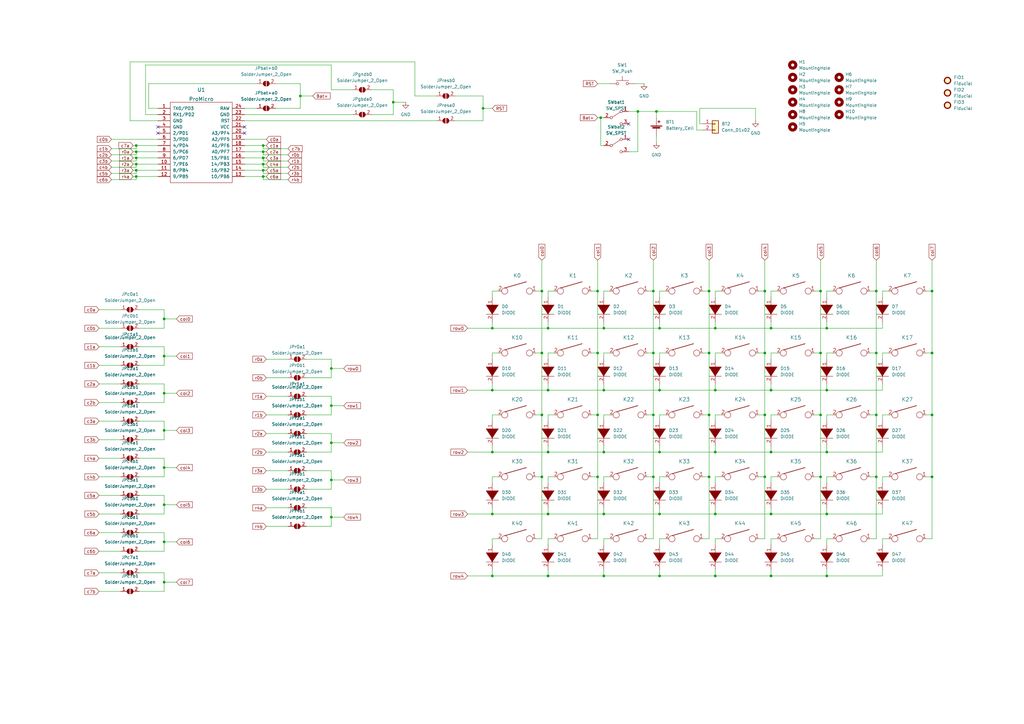
<source format=kicad_sch>
(kicad_sch (version 20211123) (generator eeschema)
  (paper "A3")
  (title_block (title "mykeeb"))
  (junction (at 245.11 119.38))
  (junction (at 245.11 170.18))
  (junction (at 269.24 45.72))
  (junction (at 107.95 59.69))
  (junction (at 67.31 207.01))
  (junction (at 293.37 185.42))
  (junction (at 339.09 134.62))
  (junction (at 313.69 170.18))
  (junction (at 247.65 236.22))
  (junction (at 161.29 41.91))
  (junction (at 245.11 144.78))
  (junction (at 359.41 119.38))
  (junction (at 224.79 160.02))
  (junction (at 316.23 185.42))
  (junction (at 270.51 134.62))
  (junction (at 201.93 134.62))
  (junction (at 270.51 236.22))
  (junction (at 336.55 170.18))
  (junction (at 313.69 144.78))
  (junction (at 135.89 196.85))
  (junction (at 316.23 236.22))
  (junction (at 247.65 134.62))
  (junction (at 382.27 119.38))
  (junction (at 339.09 236.22))
  (junction (at 201.93 236.22))
  (junction (at 135.89 151.13))
  (junction (at 123.19 39.37))
  (junction (at 67.31 238.76))
  (junction (at 270.51 185.42))
  (junction (at 293.37 210.82))
  (junction (at 67.31 130.81))
  (junction (at 107.95 64.77))
  (junction (at 55.88 67.31))
  (junction (at 316.23 134.62))
  (junction (at 313.69 195.58))
  (junction (at 222.25 195.58))
  (junction (at 55.88 59.69))
  (junction (at 267.97 119.38))
  (junction (at 107.95 69.85))
  (junction (at 67.31 222.25))
  (junction (at 270.51 210.82))
  (junction (at 359.41 144.78))
  (junction (at 261.62 45.72))
  (junction (at 339.09 185.42))
  (junction (at 55.88 64.77))
  (junction (at 316.23 210.82))
  (junction (at 247.65 160.02))
  (junction (at 313.69 119.38))
  (junction (at 135.89 166.37))
  (junction (at 107.95 67.31))
  (junction (at 198.12 44.45))
  (junction (at 67.31 176.53))
  (junction (at 67.31 191.77))
  (junction (at 201.93 160.02))
  (junction (at 246.38 48.26))
  (junction (at 293.37 134.62))
  (junction (at 222.25 170.18))
  (junction (at 290.83 144.78))
  (junction (at 267.97 170.18))
  (junction (at 247.65 210.82))
  (junction (at 55.88 69.85))
  (junction (at 267.97 195.58))
  (junction (at 267.97 144.78))
  (junction (at 293.37 236.22))
  (junction (at 224.79 210.82))
  (junction (at 336.55 144.78))
  (junction (at 135.89 181.61))
  (junction (at 382.27 195.58))
  (junction (at 245.11 195.58))
  (junction (at 290.83 119.38))
  (junction (at 224.79 236.22))
  (junction (at 201.93 210.82))
  (junction (at 224.79 185.42))
  (junction (at 107.95 62.23))
  (junction (at 339.09 210.82))
  (junction (at 201.93 185.42))
  (junction (at 135.89 212.09))
  (junction (at 222.25 119.38))
  (junction (at 55.88 72.39))
  (junction (at 55.88 62.23))
  (junction (at 336.55 119.38))
  (junction (at 336.55 195.58))
  (junction (at 382.27 144.78))
  (junction (at 222.25 144.78))
  (junction (at 359.41 170.18))
  (junction (at 247.65 185.42))
  (junction (at 382.27 170.18))
  (junction (at 224.79 134.62))
  (junction (at 67.31 146.05))
  (junction (at 339.09 160.02))
  (junction (at 270.51 160.02))
  (junction (at 293.37 160.02))
  (junction (at 316.23 160.02))
  (junction (at 107.95 72.39))
  (junction (at 290.83 195.58))
  (junction (at 67.31 161.29))
  (junction (at 359.41 195.58))
  (junction (at 290.83 170.18))
  (no_connect (at 64.77 52.07))
  (no_connect (at 257.81 50.8))
  (no_connect (at 257.81 57.15))
  (no_connect (at 64.77 54.61))
  (no_connect (at 100.33 54.61))
  (no_connect (at 100.33 52.07))
  (wire (pts (xy 107.95 69.85) (xy 109.22 69.85)))
  (wire (pts (xy 247.65 119.38) (xy 247.65 121.92)))
  (wire (pts (xy 361.95 170.18) (xy 361.95 172.72)))
  (wire (pts (xy 57.15 195.58) (xy 67.31 195.58)))
  (wire (pts (xy 67.31 191.77) (xy 72.39 191.77)))
  (wire (pts (xy 109.22 193.04) (xy 118.11 193.04)))
  (wire (pts (xy 67.31 127) (xy 67.31 130.81)))
  (wire (pts (xy 245.11 195.58) (xy 242.57 195.58)))
  (wire (pts (xy 222.25 119.38) (xy 219.71 119.38)))
  (wire (pts (xy 100.33 67.31) (xy 107.95 67.31)))
  (wire (pts (xy 224.79 195.58) (xy 224.79 198.12)))
  (wire (pts (xy 341.63 144.78) (xy 339.09 144.78)))
  (wire (pts (xy 125.73 193.04) (xy 135.89 193.04)))
  (wire (pts (xy 67.31 146.05) (xy 72.39 146.05)))
  (wire (pts (xy 107.95 64.77) (xy 109.22 64.77)))
  (wire (pts (xy 359.41 119.38) (xy 356.87 119.38)))
  (wire (pts (xy 247.65 185.42) (xy 247.65 182.88)))
  (wire (pts (xy 247.65 210.82) (xy 247.65 208.28)))
  (wire (pts (xy 40.64 187.96) (xy 49.53 187.96)))
  (wire (pts (xy 313.69 119.38) (xy 313.69 144.78)))
  (wire (pts (xy 45.72 68.58) (xy 55.88 68.58)))
  (wire (pts (xy 273.05 119.38) (xy 270.51 119.38)))
  (wire (pts (xy 152.4 46.99) (xy 161.29 46.99)))
  (wire (pts (xy 382.27 144.78) (xy 379.73 144.78)))
  (wire (pts (xy 227.33 170.18) (xy 224.79 170.18)))
  (wire (pts (xy 198.12 49.53) (xy 198.12 44.45)))
  (wire (pts (xy 270.51 134.62) (xy 293.37 134.62)))
  (wire (pts (xy 247.65 160.02) (xy 270.51 160.02)))
  (wire (pts (xy 382.27 220.98) (xy 379.73 220.98)))
  (wire (pts (xy 57.15 187.96) (xy 67.31 187.96)))
  (wire (pts (xy 109.22 200.66) (xy 118.11 200.66)))
  (wire (pts (xy 339.09 134.62) (xy 339.09 132.08)))
  (wire (pts (xy 67.31 234.95) (xy 67.31 238.76)))
  (wire (pts (xy 67.31 238.76) (xy 72.39 238.76)))
  (wire (pts (xy 364.49 170.18) (xy 361.95 170.18)))
  (wire (pts (xy 109.22 185.42) (xy 118.11 185.42)))
  (wire (pts (xy 224.79 220.98) (xy 224.79 223.52)))
  (wire (pts (xy 270.51 144.78) (xy 270.51 147.32)))
  (wire (pts (xy 224.79 134.62) (xy 247.65 134.62)))
  (wire (pts (xy 53.34 25.4) (xy 170.18 25.4)))
  (wire (pts (xy 55.88 68.58) (xy 55.88 67.31)))
  (wire (pts (xy 118.11 66.04) (xy 107.95 66.04)))
  (wire (pts (xy 313.69 106.68) (xy 313.69 119.38)))
  (wire (pts (xy 290.83 119.38) (xy 288.29 119.38)))
  (wire (pts (xy 359.41 195.58) (xy 356.87 195.58)))
  (wire (pts (xy 267.97 119.38) (xy 267.97 144.78)))
  (wire (pts (xy 40.64 142.24) (xy 49.53 142.24)))
  (wire (pts (xy 152.4 36.83) (xy 161.29 36.83)))
  (wire (pts (xy 201.93 185.42) (xy 224.79 185.42)))
  (wire (pts (xy 359.41 170.18) (xy 356.87 170.18)))
  (wire (pts (xy 245.11 48.26) (xy 246.38 48.26)))
  (wire (pts (xy 170.18 25.4) (xy 170.18 39.37)))
  (wire (pts (xy 55.88 67.31) (xy 64.77 67.31)))
  (wire (pts (xy 54.61 62.23) (xy 55.88 62.23)))
  (wire (pts (xy 125.73 177.8) (xy 135.89 177.8)))
  (wire (pts (xy 336.55 170.18) (xy 336.55 195.58)))
  (wire (pts (xy 364.49 144.78) (xy 361.95 144.78)))
  (wire (pts (xy 224.79 134.62) (xy 224.79 132.08)))
  (wire (pts (xy 359.41 144.78) (xy 356.87 144.78)))
  (wire (pts (xy 60.96 44.45) (xy 64.77 44.45)))
  (wire (pts (xy 57.15 149.86) (xy 67.31 149.86)))
  (wire (pts (xy 339.09 185.42) (xy 361.95 185.42)))
  (wire (pts (xy 57.15 142.24) (xy 67.31 142.24)))
  (wire (pts (xy 245.11 119.38) (xy 242.57 119.38)))
  (wire (pts (xy 135.89 162.56) (xy 135.89 166.37)))
  (wire (pts (xy 123.19 44.45) (xy 123.19 39.37)))
  (wire (pts (xy 201.93 182.88) (xy 201.93 185.42)))
  (wire (pts (xy 245.11 34.29) (xy 250.19 34.29)))
  (wire (pts (xy 55.88 69.85) (xy 64.77 69.85)))
  (wire (pts (xy 270.51 119.38) (xy 270.51 121.92)))
  (wire (pts (xy 257.81 62.23) (xy 261.62 62.23)))
  (wire (pts (xy 107.95 59.69) (xy 109.22 59.69)))
  (wire (pts (xy 245.11 195.58) (xy 245.11 220.98)))
  (wire (pts (xy 67.31 134.62) (xy 67.31 130.81)))
  (wire (pts (xy 250.19 195.58) (xy 247.65 195.58)))
  (wire (pts (xy 40.64 165.1) (xy 49.53 165.1)))
  (wire (pts (xy 267.97 106.68) (xy 267.97 119.38)))
  (wire (pts (xy 267.97 144.78) (xy 265.43 144.78)))
  (wire (pts (xy 316.23 144.78) (xy 316.23 147.32)))
  (wire (pts (xy 100.33 62.23) (xy 107.95 62.23)))
  (wire (pts (xy 339.09 185.42) (xy 339.09 182.88)))
  (wire (pts (xy 245.11 144.78) (xy 245.11 170.18)))
  (wire (pts (xy 201.93 157.48) (xy 201.93 160.02)))
  (wire (pts (xy 382.27 170.18) (xy 379.73 170.18)))
  (wire (pts (xy 245.11 119.38) (xy 245.11 144.78)))
  (wire (pts (xy 201.93 220.98) (xy 201.93 223.52)))
  (wire (pts (xy 339.09 144.78) (xy 339.09 147.32)))
  (wire (pts (xy 125.73 200.66) (xy 135.89 200.66)))
  (wire (pts (xy 339.09 220.98) (xy 339.09 223.52)))
  (wire (pts (xy 382.27 170.18) (xy 382.27 195.58)))
  (wire (pts (xy 201.93 160.02) (xy 191.77 160.02)))
  (wire (pts (xy 135.89 26.67) (xy 135.89 36.83)))
  (wire (pts (xy 295.91 195.58) (xy 293.37 195.58)))
  (wire (pts (xy 341.63 195.58) (xy 339.09 195.58)))
  (wire (pts (xy 204.47 220.98) (xy 201.93 220.98)))
  (wire (pts (xy 135.89 196.85) (xy 140.97 196.85)))
  (wire (pts (xy 54.61 59.69) (xy 55.88 59.69)))
  (wire (pts (xy 118.11 73.66) (xy 107.95 73.66)))
  (wire (pts (xy 135.89 147.32) (xy 135.89 151.13)))
  (wire (pts (xy 316.23 119.38) (xy 316.23 121.92)))
  (wire (pts (xy 135.89 200.66) (xy 135.89 196.85)))
  (wire (pts (xy 270.51 195.58) (xy 270.51 198.12)))
  (wire (pts (xy 55.88 59.69) (xy 64.77 59.69)))
  (wire (pts (xy 40.64 195.58) (xy 49.53 195.58)))
  (wire (pts (xy 204.47 144.78) (xy 201.93 144.78)))
  (wire (pts (xy 107.95 63.5) (xy 107.95 62.23)))
  (wire (pts (xy 361.95 160.02) (xy 361.95 157.48)))
  (wire (pts (xy 270.51 170.18) (xy 270.51 172.72)))
  (wire (pts (xy 364.49 195.58) (xy 361.95 195.58)))
  (wire (pts (xy 293.37 144.78) (xy 293.37 147.32)))
  (wire (pts (xy 57.15 210.82) (xy 67.31 210.82)))
  (wire (pts (xy 339.09 170.18) (xy 339.09 172.72)))
  (wire (pts (xy 45.72 60.96) (xy 55.88 60.96)))
  (wire (pts (xy 186.69 49.53) (xy 198.12 49.53)))
  (wire (pts (xy 270.51 220.98) (xy 270.51 223.52)))
  (wire (pts (xy 113.03 44.45) (xy 123.19 44.45)))
  (wire (pts (xy 336.55 195.58) (xy 336.55 220.98)))
  (wire (pts (xy 318.77 195.58) (xy 316.23 195.58)))
  (wire (pts (xy 336.55 119.38) (xy 334.01 119.38)))
  (wire (pts (xy 267.97 170.18) (xy 265.43 170.18)))
  (wire (pts (xy 316.23 170.18) (xy 316.23 172.72)))
  (wire (pts (xy 290.83 119.38) (xy 290.83 144.78)))
  (wire (pts (xy 247.65 220.98) (xy 247.65 223.52)))
  (wire (pts (xy 222.25 170.18) (xy 219.71 170.18)))
  (wire (pts (xy 273.05 195.58) (xy 270.51 195.58)))
  (wire (pts (xy 224.79 144.78) (xy 224.79 147.32)))
  (wire (pts (xy 309.88 44.45) (xy 309.88 49.53)))
  (wire (pts (xy 361.95 220.98) (xy 361.95 223.52)))
  (wire (pts (xy 125.73 162.56) (xy 135.89 162.56)))
  (wire (pts (xy 339.09 236.22) (xy 339.09 233.68)))
  (wire (pts (xy 247.65 185.42) (xy 270.51 185.42)))
  (wire (pts (xy 293.37 170.18) (xy 293.37 172.72)))
  (wire (pts (xy 161.29 36.83) (xy 161.29 41.91)))
  (wire (pts (xy 309.88 44.45) (xy 287.02 44.45)))
  (wire (pts (xy 285.75 45.72) (xy 285.75 53.34)))
  (wire (pts (xy 270.51 185.42) (xy 270.51 182.88)))
  (wire (pts (xy 204.47 195.58) (xy 201.93 195.58)))
  (wire (pts (xy 316.23 220.98) (xy 316.23 223.52)))
  (wire (pts (xy 109.22 162.56) (xy 118.11 162.56)))
  (wire (pts (xy 359.41 170.18) (xy 359.41 195.58)))
  (wire (pts (xy 161.29 41.91) (xy 161.29 46.99)))
  (wire (pts (xy 359.41 144.78) (xy 359.41 170.18)))
  (wire (pts (xy 269.24 45.72) (xy 269.24 48.26)))
  (wire (pts (xy 318.77 119.38) (xy 316.23 119.38)))
  (wire (pts (xy 40.64 157.48) (xy 49.53 157.48)))
  (wire (pts (xy 123.19 34.29) (xy 123.19 39.37)))
  (wire (pts (xy 201.93 185.42) (xy 191.77 185.42)))
  (wire (pts (xy 45.72 57.15) (xy 64.77 57.15)))
  (wire (pts (xy 224.79 210.82) (xy 247.65 210.82)))
  (wire (pts (xy 55.88 62.23) (xy 64.77 62.23)))
  (wire (pts (xy 55.88 63.5) (xy 55.88 62.23)))
  (wire (pts (xy 267.97 119.38) (xy 265.43 119.38)))
  (wire (pts (xy 339.09 134.62) (xy 361.95 134.62)))
  (wire (pts (xy 198.12 44.45) (xy 201.93 44.45)))
  (wire (pts (xy 316.23 236.22) (xy 339.09 236.22)))
  (wire (pts (xy 246.38 48.26) (xy 246.38 59.69)))
  (wire (pts (xy 247.65 134.62) (xy 247.65 132.08)))
  (wire (pts (xy 361.95 210.82) (xy 361.95 208.28)))
  (wire (pts (xy 316.23 185.42) (xy 316.23 182.88)))
  (wire (pts (xy 109.22 154.94) (xy 118.11 154.94)))
  (wire (pts (xy 290.83 144.78) (xy 288.29 144.78)))
  (wire (pts (xy 57.15 172.72) (xy 67.31 172.72)))
  (wire (pts (xy 245.11 170.18) (xy 242.57 170.18)))
  (wire (pts (xy 224.79 210.82) (xy 224.79 208.28)))
  (wire (pts (xy 250.19 144.78) (xy 247.65 144.78)))
  (wire (pts (xy 135.89 208.28) (xy 135.89 212.09)))
  (wire (pts (xy 313.69 144.78) (xy 313.69 170.18)))
  (wire (pts (xy 107.95 68.58) (xy 107.95 67.31)))
  (wire (pts (xy 261.62 45.72) (xy 269.24 45.72)))
  (wire (pts (xy 40.64 218.44) (xy 49.53 218.44)))
  (wire (pts (xy 125.73 154.94) (xy 135.89 154.94)))
  (wire (pts (xy 201.93 144.78) (xy 201.93 147.32)))
  (wire (pts (xy 201.93 210.82) (xy 191.77 210.82)))
  (wire (pts (xy 293.37 160.02) (xy 316.23 160.02)))
  (wire (pts (xy 55.88 71.12) (xy 55.88 69.85)))
  (wire (pts (xy 245.11 106.68) (xy 245.11 119.38)))
  (wire (pts (xy 40.64 242.57) (xy 49.53 242.57)))
  (wire (pts (xy 67.31 210.82) (xy 67.31 207.01)))
  (wire (pts (xy 295.91 170.18) (xy 293.37 170.18)))
  (wire (pts (xy 67.31 242.57) (xy 67.31 238.76)))
  (wire (pts (xy 201.93 170.18) (xy 201.93 172.72)))
  (wire (pts (xy 316.23 134.62) (xy 316.23 132.08)))
  (wire (pts (xy 135.89 185.42) (xy 135.89 181.61)))
  (wire (pts (xy 67.31 187.96) (xy 67.31 191.77)))
  (wire (pts (xy 40.64 134.62) (xy 49.53 134.62)))
  (wire (pts (xy 123.19 39.37) (xy 128.27 39.37)))
  (wire (pts (xy 382.27 195.58) (xy 382.27 220.98)))
  (wire (pts (xy 224.79 236.22) (xy 224.79 233.68)))
  (wire (pts (xy 64.77 46.99) (xy 59.69 46.99)))
  (wire (pts (xy 267.97 195.58) (xy 267.97 220.98)))
  (wire (pts (xy 135.89 151.13) (xy 140.97 151.13)))
  (wire (pts (xy 341.63 170.18) (xy 339.09 170.18)))
  (wire (pts (xy 227.33 220.98) (xy 224.79 220.98)))
  (wire (pts (xy 109.22 147.32) (xy 118.11 147.32)))
  (wire (pts (xy 361.95 236.22) (xy 361.95 233.68)))
  (wire (pts (xy 135.89 193.04) (xy 135.89 196.85)))
  (wire (pts (xy 135.89 154.94) (xy 135.89 151.13)))
  (wire (pts (xy 40.64 149.86) (xy 49.53 149.86)))
  (wire (pts (xy 67.31 180.34) (xy 67.31 176.53)))
  (wire (pts (xy 293.37 220.98) (xy 293.37 223.52)))
  (wire (pts (xy 247.65 210.82) (xy 270.51 210.82)))
  (wire (pts (xy 261.62 62.23) (xy 261.62 45.72)))
  (wire (pts (xy 313.69 170.18) (xy 313.69 195.58)))
  (wire (pts (xy 125.73 215.9) (xy 135.89 215.9)))
  (wire (pts (xy 219.71 220.98) (xy 222.25 220.98)))
  (wire (pts (xy 293.37 119.38) (xy 293.37 121.92)))
  (wire (pts (xy 40.64 234.95) (xy 49.53 234.95)))
  (wire (pts (xy 293.37 185.42) (xy 316.23 185.42)))
  (wire (pts (xy 67.31 161.29) (xy 72.39 161.29)))
  (wire (pts (xy 201.93 236.22) (xy 224.79 236.22)))
  (wire (pts (xy 293.37 185.42) (xy 293.37 182.88)))
  (wire (pts (xy 270.51 160.02) (xy 270.51 157.48)))
  (wire (pts (xy 290.83 195.58) (xy 288.29 195.58)))
  (wire (pts (xy 290.83 144.78) (xy 290.83 170.18)))
  (wire (pts (xy 57.15 165.1) (xy 67.31 165.1)))
  (wire (pts (xy 222.25 195.58) (xy 219.71 195.58)))
  (wire (pts (xy 339.09 210.82) (xy 361.95 210.82)))
  (wire (pts (xy 267.97 170.18) (xy 267.97 195.58)))
  (wire (pts (xy 67.31 142.24) (xy 67.31 146.05)))
  (wire (pts (xy 125.73 170.18) (xy 135.89 170.18)))
  (wire (pts (xy 45.72 63.5) (xy 55.88 63.5)))
  (wire (pts (xy 295.91 220.98) (xy 293.37 220.98)))
  (wire (pts (xy 125.73 208.28) (xy 135.89 208.28)))
  (wire (pts (xy 222.25 170.18) (xy 222.25 195.58)))
  (wire (pts (xy 118.11 71.12) (xy 107.95 71.12)))
  (wire (pts (xy 135.89 212.09) (xy 140.97 212.09)))
  (wire (pts (xy 100.33 46.99) (xy 144.78 46.99)))
  (wire (pts (xy 341.63 220.98) (xy 339.09 220.98)))
  (wire (pts (xy 364.49 119.38) (xy 361.95 119.38)))
  (wire (pts (xy 107.95 72.39) (xy 109.22 72.39)))
  (wire (pts (xy 57.15 226.06) (xy 67.31 226.06)))
  (wire (pts (xy 247.65 59.69) (xy 246.38 59.69)))
  (wire (pts (xy 55.88 60.96) (xy 55.88 59.69)))
  (wire (pts (xy 361.95 185.42) (xy 361.95 182.88)))
  (wire (pts (xy 57.15 127) (xy 67.31 127)))
  (wire (pts (xy 318.77 220.98) (xy 316.23 220.98)))
  (wire (pts (xy 54.61 69.85) (xy 55.88 69.85)))
  (wire (pts (xy 204.47 119.38) (xy 201.93 119.38)))
  (wire (pts (xy 201.93 119.38) (xy 201.93 121.92)))
  (wire (pts (xy 67.31 130.81) (xy 72.39 130.81)))
  (wire (pts (xy 270.51 236.22) (xy 293.37 236.22)))
  (wire (pts (xy 359.41 106.68) (xy 359.41 119.38)))
  (wire (pts (xy 336.55 106.68) (xy 336.55 119.38)))
  (wire (pts (xy 100.33 72.39) (xy 107.95 72.39)))
  (wire (pts (xy 247.65 170.18) (xy 247.65 172.72)))
  (wire (pts (xy 250.19 170.18) (xy 247.65 170.18)))
  (wire (pts (xy 135.89 177.8) (xy 135.89 181.61)))
  (wire (pts (xy 290.83 170.18) (xy 288.29 170.18)))
  (wire (pts (xy 107.95 66.04) (xy 107.95 64.77)))
  (wire (pts (xy 290.83 170.18) (xy 290.83 195.58)))
  (wire (pts (xy 54.61 64.77) (xy 55.88 64.77)))
  (wire (pts (xy 270.51 236.22) (xy 270.51 233.68)))
  (wire (pts (xy 222.25 106.68) (xy 222.25 119.38)))
  (wire (pts (xy 201.93 236.22) (xy 191.77 236.22)))
  (wire (pts (xy 273.05 170.18) (xy 270.51 170.18)))
  (wire (pts (xy 359.41 119.38) (xy 359.41 144.78)))
  (wire (pts (xy 250.19 119.38) (xy 247.65 119.38)))
  (wire (pts (xy 118.11 68.58) (xy 107.95 68.58)))
  (wire (pts (xy 316.23 160.02) (xy 316.23 157.48)))
  (wire (pts (xy 67.31 207.01) (xy 72.39 207.01)))
  (wire (pts (xy 339.09 160.02) (xy 339.09 157.48)))
  (wire (pts (xy 67.31 203.2) (xy 67.31 207.01)))
  (wire (pts (xy 100.33 59.69) (xy 107.95 59.69)))
  (wire (pts (xy 339.09 236.22) (xy 361.95 236.22)))
  (wire (pts (xy 40.64 203.2) (xy 49.53 203.2)))
  (wire (pts (xy 257.81 45.72) (xy 261.62 45.72)))
  (wire (pts (xy 361.95 134.62) (xy 361.95 132.08)))
  (wire (pts (xy 224.79 119.38) (xy 224.79 121.92)))
  (wire (pts (xy 267.97 144.78) (xy 267.97 170.18)))
  (wire (pts (xy 339.09 160.02) (xy 361.95 160.02)))
  (wire (pts (xy 336.55 220.98) (xy 334.01 220.98)))
  (wire (pts (xy 295.91 119.38) (xy 293.37 119.38)))
  (wire (pts (xy 341.63 119.38) (xy 339.09 119.38)))
  (wire (pts (xy 247.65 236.22) (xy 247.65 233.68)))
  (wire (pts (xy 125.73 147.32) (xy 135.89 147.32)))
  (wire (pts (xy 224.79 170.18) (xy 224.79 172.72)))
  (wire (pts (xy 118.11 60.96) (xy 107.95 60.96)))
  (wire (pts (xy 170.18 39.37) (xy 179.07 39.37)))
  (wire (pts (xy 67.31 157.48) (xy 67.31 161.29)))
  (wire (pts (xy 53.34 25.4) (xy 53.34 49.53)))
  (wire (pts (xy 246.38 48.26) (xy 247.65 48.26)))
  (wire (pts (xy 60.96 34.29) (xy 60.96 44.45)))
  (wire (pts (xy 224.79 236.22) (xy 247.65 236.22)))
  (wire (pts (xy 222.25 144.78) (xy 219.71 144.78)))
  (wire (pts (xy 54.61 67.31) (xy 55.88 67.31)))
  (wire (pts (xy 198.12 39.37) (xy 198.12 44.45)))
  (wire (pts (xy 293.37 236.22) (xy 316.23 236.22)))
  (wire (pts (xy 336.55 144.78) (xy 336.55 170.18)))
  (wire (pts (xy 100.33 64.77) (xy 107.95 64.77)))
  (wire (pts (xy 59.69 26.67) (xy 135.89 26.67)))
  (wire (pts (xy 57.15 242.57) (xy 67.31 242.57)))
  (wire (pts (xy 57.15 203.2) (xy 67.31 203.2)))
  (wire (pts (xy 59.69 46.99) (xy 59.69 26.67)))
  (wire (pts (xy 107.95 73.66) (xy 107.95 72.39)))
  (wire (pts (xy 55.88 73.66) (xy 55.88 72.39)))
  (wire (pts (xy 273.05 220.98) (xy 270.51 220.98)))
  (wire (pts (xy 57.15 157.48) (xy 67.31 157.48)))
  (wire (pts (xy 382.27 144.78) (xy 382.27 170.18)))
  (wire (pts (xy 339.09 119.38) (xy 339.09 121.92)))
  (wire (pts (xy 364.49 220.98) (xy 361.95 220.98)))
  (wire (pts (xy 270.51 134.62) (xy 270.51 132.08)))
  (wire (pts (xy 135.89 181.61) (xy 140.97 181.61)))
  (wire (pts (xy 201.93 132.08) (xy 201.93 134.62)))
  (wire (pts (xy 227.33 144.78) (xy 224.79 144.78)))
  (wire (pts (xy 247.65 236.22) (xy 270.51 236.22)))
  (wire (pts (xy 293.37 210.82) (xy 293.37 208.28)))
  (wire (pts (xy 161.29 41.91) (xy 166.37 41.91)))
  (wire (pts (xy 40.64 180.34) (xy 49.53 180.34)))
  (wire (pts (xy 359.41 195.58) (xy 359.41 220.98)))
  (wire (pts (xy 201.93 233.68) (xy 201.93 236.22)))
  (wire (pts (xy 313.69 144.78) (xy 311.15 144.78)))
  (wire (pts (xy 67.31 195.58) (xy 67.31 191.77)))
  (wire (pts (xy 135.89 166.37) (xy 140.97 166.37)))
  (wire (pts (xy 382.27 119.38) (xy 382.27 144.78)))
  (wire (pts (xy 316.23 236.22) (xy 316.23 233.68)))
  (wire (pts (xy 201.93 195.58) (xy 201.93 198.12)))
  (wire (pts (xy 57.15 134.62) (xy 67.31 134.62)))
  (wire (pts (xy 224.79 185.42) (xy 247.65 185.42)))
  (wire (pts (xy 113.03 34.29) (xy 123.19 34.29)))
  (wire (pts (xy 45.72 71.12) (xy 55.88 71.12)))
  (wire (pts (xy 245.11 144.78) (xy 242.57 144.78)))
  (wire (pts (xy 339.09 195.58) (xy 339.09 198.12)))
  (wire (pts (xy 336.55 170.18) (xy 334.01 170.18)))
  (wire (pts (xy 67.31 222.25) (xy 72.39 222.25)))
  (wire (pts (xy 224.79 160.02) (xy 224.79 157.48)))
  (wire (pts (xy 336.55 195.58) (xy 334.01 195.58)))
  (wire (pts (xy 361.95 119.38) (xy 361.95 121.92)))
  (wire (pts (xy 247.65 144.78) (xy 247.65 147.32)))
  (wire (pts (xy 287.02 44.45) (xy 287.02 50.8)))
  (wire (pts (xy 290.83 195.58) (xy 290.83 220.98)))
  (wire (pts (xy 265.43 220.98) (xy 267.97 220.98)))
  (wire (pts (xy 287.02 50.8) (xy 288.29 50.8)))
  (wire (pts (xy 379.73 119.38) (xy 382.27 119.38)))
  (wire (pts (xy 57.15 234.95) (xy 67.31 234.95)))
  (wire (pts (xy 109.22 177.8) (xy 118.11 177.8)))
  (wire (pts (xy 313.69 220.98) (xy 311.15 220.98)))
  (wire (pts (xy 107.95 71.12) (xy 107.95 69.85)))
  (wire (pts (xy 204.47 170.18) (xy 201.93 170.18)))
  (wire (pts (xy 222.25 119.38) (xy 222.25 144.78)))
  (wire (pts (xy 247.65 195.58) (xy 247.65 198.12)))
  (wire (pts (xy 100.33 44.45) (xy 105.41 44.45)))
  (wire (pts (xy 361.95 195.58) (xy 361.95 198.12)))
  (wire (pts (xy 313.69 170.18) (xy 311.15 170.18)))
  (wire (pts (xy 290.83 106.68) (xy 290.83 119.38)))
  (wire (pts (xy 293.37 195.58) (xy 293.37 198.12)))
  (wire (pts (xy 227.33 119.38) (xy 224.79 119.38)))
  (wire (pts (xy 318.77 144.78) (xy 316.23 144.78)))
  (wire (pts (xy 55.88 66.04) (xy 55.88 64.77)))
  (wire (pts (xy 201.93 208.28) (xy 201.93 210.82)))
  (wire (pts (xy 247.65 134.62) (xy 270.51 134.62)))
  (wire (pts (xy 67.31 226.06) (xy 67.31 222.25)))
  (wire (pts (xy 100.33 57.15) (xy 109.22 57.15)))
  (wire (pts (xy 109.22 215.9) (xy 118.11 215.9)))
  (wire (pts (xy 316.23 185.42) (xy 339.09 185.42)))
  (wire (pts (xy 382.27 195.58) (xy 379.73 195.58)))
  (wire (pts (xy 45.72 66.04) (xy 55.88 66.04)))
  (wire (pts (xy 107.95 67.31) (xy 109.22 67.31)))
  (wire (pts (xy 382.27 106.68) (xy 382.27 119.38)))
  (wire (pts (xy 45.72 73.66) (xy 55.88 73.66)))
  (wire (pts (xy 316.23 160.02) (xy 339.09 160.02)))
  (wire (pts (xy 67.31 149.86) (xy 67.31 146.05)))
  (wire (pts (xy 40.64 226.06) (xy 49.53 226.06)))
  (wire (pts (xy 245.11 220.98) (xy 242.57 220.98)))
  (wire (pts (xy 270.51 210.82) (xy 293.37 210.82)))
  (wire (pts (xy 313.69 195.58) (xy 311.15 195.58)))
  (wire (pts (xy 288.29 220.98) (xy 290.83 220.98)))
  (wire (pts (xy 40.64 210.82) (xy 49.53 210.82)))
  (wire (pts (xy 40.64 172.72) (xy 49.53 172.72)))
  (wire (pts (xy 361.95 144.78) (xy 361.95 147.32)))
  (wire (pts (xy 135.89 170.18) (xy 135.89 166.37)))
  (wire (pts (xy 55.88 64.77) (xy 64.77 64.77)))
  (wire (pts (xy 118.11 63.5) (xy 107.95 63.5)))
  (wire (pts (xy 293.37 134.62) (xy 316.23 134.62)))
  (wire (pts (xy 313.69 119.38) (xy 311.15 119.38)))
  (wire (pts (xy 201.93 134.62) (xy 191.77 134.62)))
  (wire (pts (xy 270.51 185.42) (xy 293.37 185.42)))
  (wire (pts (xy 245.11 170.18) (xy 245.11 195.58)))
  (wire (pts (xy 293.37 210.82) (xy 316.23 210.82)))
  (wire (pts (xy 336.55 144.78) (xy 334.01 144.78)))
  (wire (pts (xy 135.89 36.83) (xy 144.78 36.83)))
  (wire (pts (xy 288.29 53.34) (xy 285.75 53.34)))
  (wire (pts (xy 250.19 220.98) (xy 247.65 220.98)))
  (wire (pts (xy 67.31 218.44) (xy 67.31 222.25)))
  (wire (pts (xy 260.35 34.29) (xy 264.16 34.29)))
  (wire (pts (xy 269.24 45.72) (xy 285.75 45.72)))
  (wire (pts (xy 227.33 195.58) (xy 224.79 195.58)))
  (wire (pts (xy 67.31 172.72) (xy 67.31 176.53)))
  (wire (pts (xy 224.79 160.02) (xy 247.65 160.02)))
  (wire (pts (xy 55.88 72.39) (xy 64.77 72.39)))
  (wire (pts (xy 359.41 220.98) (xy 356.87 220.98)))
  (wire (pts (xy 293.37 236.22) (xy 293.37 233.68)))
  (wire (pts (xy 135.89 215.9) (xy 135.89 212.09)))
  (wire (pts (xy 40.64 127) (xy 49.53 127)))
  (wire (pts (xy 313.69 195.58) (xy 313.69 220.98)))
  (wire (pts (xy 339.09 210.82) (xy 339.09 208.28)))
  (wire (pts (xy 318.77 170.18) (xy 316.23 170.18)))
  (wire (pts (xy 107.95 62.23) (xy 109.22 62.23)))
  (wire (pts (xy 222.25 195.58) (xy 222.25 220.98)))
  (wire (pts (xy 222.25 144.78) (xy 222.25 170.18)))
  (wire (pts (xy 295.91 144.78) (xy 293.37 144.78)))
  (wire (pts (xy 316.23 210.82) (xy 339.09 210.82)))
  (wire (pts (xy 67.31 165.1) (xy 67.31 161.29)))
  (wire (pts (xy 57.15 218.44) (xy 67.31 218.44)))
  (wire (pts (xy 100.33 69.85) (xy 107.95 69.85)))
  (wire (pts (xy 269.24 58.42) (xy 269.24 55.88)))
  (wire (pts (xy 60.96 34.29) (xy 105.41 34.29)))
  (wire (pts (xy 293.37 134.62) (xy 293.37 132.08)))
  (wire (pts (xy 109.22 208.28) (xy 118.11 208.28)))
  (wire (pts (xy 201.93 210.82) (xy 224.79 210.82)))
  (wire (pts (xy 267.97 195.58) (xy 265.43 195.58)))
  (wire (pts (xy 125.73 185.42) (xy 135.89 185.42)))
  (wire (pts (xy 316.23 210.82) (xy 316.23 208.28)))
  (wire (pts (xy 293.37 160.02) (xy 293.37 157.48)))
  (wire (pts (xy 109.22 170.18) (xy 118.11 170.18)))
  (wire (pts (xy 247.65 160.02) (xy 247.65 157.48)))
  (wire (pts (xy 54.61 72.39) (xy 55.88 72.39)))
  (wire (pts (xy 336.55 119.38) (xy 336.55 144.78)))
  (wire (pts (xy 316.23 195.58) (xy 316.23 198.12)))
  (wire (pts (xy 67.31 176.53) (xy 72.39 176.53)))
  (wire (pts (xy 270.51 210.82) (xy 270.51 208.28)))
  (wire (pts (xy 57.15 180.34) (xy 67.31 180.34)))
  (wire (pts (xy 201.93 160.02) (xy 224.79 160.02)))
  (wire (pts (xy 186.69 39.37) (xy 198.12 39.37)))
  (wire (pts (xy 100.33 49.53) (xy 179.07 49.53)))
  (wire (pts (xy 273.05 144.78) (xy 270.51 144.78)))
  (wire (pts (xy 201.93 134.62) (xy 224.79 134.62)))
  (wire (pts (xy 224.79 185.42) (xy 224.79 182.88)))
  (wire (pts (xy 53.34 49.53) (xy 64.77 49.53)))
  (wire (pts (xy 316.23 134.62) (xy 339.09 134.62)))
  (wire (pts (xy 107.95 60.96) (xy 107.95 59.69)))
  (wire (pts (xy 270.51 160.02) (xy 293.37 160.02)))
  (global_label "Bat+" (shape input) (at 245.11 48.26 180) (property "Referenzen zwischen Schaltplänen" "${INTERSHEET_REFS}" (effects hide)))
  (global_label "c4b" (shape input) (at 40.64 195.58 180) (property "Referenzen zwischen Schaltplänen" "${INTERSHEET_REFS}" (effects hide)))
  (global_label "row1" (shape input) (at 191.77 160.02 180) (property "Referenzen zwischen Schaltplänen" "${INTERSHEET_REFS}" (effects hide)))
  (global_label "col3" (shape input) (at 72.39 176.53 0) (property "Referenzen zwischen Schaltplänen" "${INTERSHEET_REFS}" (effects hide)))
  (global_label "c7a" (shape input) (at 54.61 59.69 180) (property "Referenzen zwischen Schaltplänen" "${INTERSHEET_REFS}" (effects hide)))
  (global_label "c3b" (shape input) (at 45.72 66.04 180) (property "Referenzen zwischen Schaltplänen" "${INTERSHEET_REFS}" (effects hide)))
  (global_label "r4a" (shape input) (at 109.22 208.28 180) (property "Referenzen zwischen Schaltplänen" "${INTERSHEET_REFS}" (effects hide)))
  (global_label "RST" (shape input) (at 201.93 44.45 0) (property "Referenzen zwischen Schaltplänen" "${INTERSHEET_REFS}" (effects hide)))
  (global_label "c2a" (shape input) (at 40.64 157.48 180) (property "Referenzen zwischen Schaltplänen" "${INTERSHEET_REFS}" (effects hide)))
  (global_label "r2b" (shape input) (at 109.22 185.42 180) (property "Referenzen zwischen Schaltplänen" "${INTERSHEET_REFS}" (effects hide)))
  (global_label "r3a" (shape input) (at 109.22 193.04 180) (property "Referenzen zwischen Schaltplänen" "${INTERSHEET_REFS}" (effects hide)))
  (global_label "c6a" (shape input) (at 40.64 218.44 180) (property "Referenzen zwischen Schaltplänen" "${INTERSHEET_REFS}" (effects hide)))
  (global_label "col5" (shape input) (at 72.39 207.01 0) (property "Referenzen zwischen Schaltplänen" "${INTERSHEET_REFS}" (effects hide)))
  (global_label "c3a" (shape input) (at 109.22 64.77 0) (property "Referenzen zwischen Schaltplänen" "${INTERSHEET_REFS}" (effects hide)))
  (global_label "r2a" (shape input) (at 109.22 177.8 180) (property "Referenzen zwischen Schaltplänen" "${INTERSHEET_REFS}" (effects hide)))
  (global_label "row4" (shape input) (at 140.97 212.09 0) (property "Referenzen zwischen Schaltplänen" "${INTERSHEET_REFS}" (effects hide)))
  (global_label "c7b" (shape input) (at 118.11 60.96 0) (property "Referenzen zwischen Schaltplänen" "${INTERSHEET_REFS}" (effects hide)))
  (global_label "col2" (shape input) (at 72.39 161.29 0) (property "Referenzen zwischen Schaltplänen" "${INTERSHEET_REFS}" (effects hide)))
  (global_label "c1b" (shape input) (at 40.64 149.86 180) (property "Referenzen zwischen Schaltplänen" "${INTERSHEET_REFS}" (effects hide)))
  (global_label "row2" (shape input) (at 140.97 181.61 0) (property "Referenzen zwischen Schaltplänen" "${INTERSHEET_REFS}" (effects hide)))
  (global_label "r4b" (shape input) (at 109.22 215.9 180) (property "Referenzen zwischen Schaltplänen" "${INTERSHEET_REFS}" (effects hide)))
  (global_label "c0b" (shape input) (at 40.64 134.62 180) (property "Referenzen zwischen Schaltplänen" "${INTERSHEET_REFS}" (effects hide)))
  (global_label "c7a" (shape input) (at 40.64 234.95 180) (property "Referenzen zwischen Schaltplänen" "${INTERSHEET_REFS}" (effects hide)))
  (global_label "r3a" (shape input) (at 54.61 69.85 180) (property "Referenzen zwischen Schaltplänen" "${INTERSHEET_REFS}" (effects hide)))
  (global_label "c4a" (shape input) (at 40.64 187.96 180) (property "Referenzen zwischen Schaltplänen" "${INTERSHEET_REFS}" (effects hide)))
  (global_label "col0" (shape input) (at 222.25 106.68 90) (property "Referenzen zwischen Schaltplänen" "${INTERSHEET_REFS}" (effects hide)))
  (global_label "r1a" (shape input) (at 109.22 162.56 180) (property "Referenzen zwischen Schaltplänen" "${INTERSHEET_REFS}" (effects hide)))
  (global_label "col3" (shape input) (at 290.83 106.68 90) (property "Referenzen zwischen Schaltplänen" "${INTERSHEET_REFS}" (effects hide)))
  (global_label "r4a" (shape input) (at 54.61 72.39 180) (property "Referenzen zwischen Schaltplänen" "${INTERSHEET_REFS}" (effects hide)))
  (global_label "r3b" (shape input) (at 118.11 71.12 0) (property "Referenzen zwischen Schaltplänen" "${INTERSHEET_REFS}" (effects hide)))
  (global_label "c7b" (shape input) (at 40.64 242.57 180) (property "Referenzen zwischen Schaltplänen" "${INTERSHEET_REFS}" (effects hide)))
  (global_label "row1" (shape input) (at 140.97 166.37 0) (property "Referenzen zwischen Schaltplänen" "${INTERSHEET_REFS}" (effects hide)))
  (global_label "r0a" (shape input) (at 109.22 147.32 180) (property "Referenzen zwischen Schaltplänen" "${INTERSHEET_REFS}" (effects hide)))
  (global_label "col1" (shape input) (at 245.11 106.68 90) (property "Referenzen zwischen Schaltplänen" "${INTERSHEET_REFS}" (effects hide)))
  (global_label "c4a" (shape input) (at 109.22 67.31 0) (property "Referenzen zwischen Schaltplänen" "${INTERSHEET_REFS}" (effects hide)))
  (global_label "col2" (shape input) (at 267.97 106.68 90) (property "Referenzen zwischen Schaltplänen" "${INTERSHEET_REFS}" (effects hide)))
  (global_label "c2b" (shape input) (at 45.72 63.5 180) (property "Referenzen zwischen Schaltplänen" "${INTERSHEET_REFS}" (effects hide)))
  (global_label "row3" (shape input) (at 140.97 196.85 0) (property "Referenzen zwischen Schaltplänen" "${INTERSHEET_REFS}" (effects hide)))
  (global_label "c1a" (shape input) (at 40.64 142.24 180) (property "Referenzen zwischen Schaltplänen" "${INTERSHEET_REFS}" (effects hide)))
  (global_label "c2a" (shape input) (at 109.22 62.23 0) (property "Referenzen zwischen Schaltplänen" "${INTERSHEET_REFS}" (effects hide)))
  (global_label "r3b" (shape input) (at 109.22 200.66 180) (property "Referenzen zwischen Schaltplänen" "${INTERSHEET_REFS}" (effects hide)))
  (global_label "c0a" (shape input) (at 40.64 127 180) (property "Referenzen zwischen Schaltplänen" "${INTERSHEET_REFS}" (effects hide)))
  (global_label "r1b" (shape input) (at 118.11 66.04 0) (property "Referenzen zwischen Schaltplänen" "${INTERSHEET_REFS}" (effects hide)))
  (global_label "c5a" (shape input) (at 40.64 203.2 180) (property "Referenzen zwischen Schaltplänen" "${INTERSHEET_REFS}" (effects hide)))
  (global_label "col4" (shape input) (at 72.39 191.77 0) (property "Referenzen zwischen Schaltplänen" "${INTERSHEET_REFS}" (effects hide)))
  (global_label "c1b" (shape input) (at 45.72 60.96 180) (property "Referenzen zwischen Schaltplänen" "${INTERSHEET_REFS}" (effects hide)))
  (global_label "r4b" (shape input) (at 118.11 73.66 0) (property "Referenzen zwischen Schaltplänen" "${INTERSHEET_REFS}" (effects hide)))
  (global_label "r0a" (shape input) (at 54.61 62.23 180) (property "Referenzen zwischen Schaltplänen" "${INTERSHEET_REFS}" (effects hide)))
  (global_label "col6" (shape input) (at 359.41 106.68 90) (property "Referenzen zwischen Schaltplänen" "${INTERSHEET_REFS}" (effects hide)))
  (global_label "r2b" (shape input) (at 118.11 68.58 0) (property "Referenzen zwischen Schaltplänen" "${INTERSHEET_REFS}" (effects hide)))
  (global_label "col1" (shape input) (at 72.39 146.05 0) (property "Referenzen zwischen Schaltplänen" "${INTERSHEET_REFS}" (effects hide)))
  (global_label "c0b" (shape input) (at 45.72 57.15 180) (property "Referenzen zwischen Schaltplänen" "${INTERSHEET_REFS}" (effects hide)))
  (global_label "c1a" (shape input) (at 109.22 59.69 0) (property "Referenzen zwischen Schaltplänen" "${INTERSHEET_REFS}" (effects hide)))
  (global_label "col6" (shape input) (at 72.39 222.25 0) (property "Referenzen zwischen Schaltplänen" "${INTERSHEET_REFS}" (effects hide)))
  (global_label "Bat+" (shape input) (at 128.27 39.37 0) (property "Referenzen zwischen Schaltplänen" "${INTERSHEET_REFS}" (effects hide)))
  (global_label "c6a" (shape input) (at 109.22 72.39 0) (property "Referenzen zwischen Schaltplänen" "${INTERSHEET_REFS}" (effects hide)))
  (global_label "c0a" (shape input) (at 109.22 57.15 0) (property "Referenzen zwischen Schaltplänen" "${INTERSHEET_REFS}" (effects hide)))
  (global_label "col5" (shape input) (at 336.55 106.68 90) (property "Referenzen zwischen Schaltplänen" "${INTERSHEET_REFS}" (effects hide)))
  (global_label "r0b" (shape input) (at 109.22 154.94 180) (property "Referenzen zwischen Schaltplänen" "${INTERSHEET_REFS}" (effects hide)))
  (global_label "r1a" (shape input) (at 54.61 64.77 180) (property "Referenzen zwischen Schaltplänen" "${INTERSHEET_REFS}" (effects hide)))
  (global_label "RST" (shape input) (at 245.11 34.29 180) (property "Referenzen zwischen Schaltplänen" "${INTERSHEET_REFS}" (effects hide)))
  (global_label "col4" (shape input) (at 313.69 106.68 90) (property "Referenzen zwischen Schaltplänen" "${INTERSHEET_REFS}" (effects hide)))
  (global_label "row2" (shape input) (at 191.77 185.42 180) (property "Referenzen zwischen Schaltplänen" "${INTERSHEET_REFS}" (effects hide)))
  (global_label "r1b" (shape input) (at 109.22 170.18 180) (property "Referenzen zwischen Schaltplänen" "${INTERSHEET_REFS}" (effects hide)))
  (global_label "c2b" (shape input) (at 40.64 165.1 180) (property "Referenzen zwischen Schaltplänen" "${INTERSHEET_REFS}" (effects hide)))
  (global_label "r0b" (shape input) (at 118.11 63.5 0) (property "Referenzen zwischen Schaltplänen" "${INTERSHEET_REFS}" (effects hide)))
  (global_label "row0" (shape input) (at 140.97 151.13 0) (property "Referenzen zwischen Schaltplänen" "${INTERSHEET_REFS}" (effects hide)))
  (global_label "c6b" (shape input) (at 40.64 226.06 180) (property "Referenzen zwischen Schaltplänen" "${INTERSHEET_REFS}" (effects hide)))
  (global_label "c6b" (shape input) (at 45.72 73.66 180) (property "Referenzen zwischen Schaltplänen" "${INTERSHEET_REFS}" (effects hide)))
  (global_label "r2a" (shape input) (at 54.61 67.31 180) (property "Referenzen zwischen Schaltplänen" "${INTERSHEET_REFS}" (effects hide)))
  (global_label "row0" (shape input) (at 191.77 134.62 180) (property "Referenzen zwischen Schaltplänen" "${INTERSHEET_REFS}" (effects hide)))
  (global_label "c3a" (shape input) (at 40.64 172.72 180) (property "Referenzen zwischen Schaltplänen" "${INTERSHEET_REFS}" (effects hide)))
  (global_label "c5b" (shape input) (at 40.64 210.82 180) (property "Referenzen zwischen Schaltplänen" "${INTERSHEET_REFS}" (effects hide)))
  (global_label "row4" (shape input) (at 191.77 236.22 180) (property "Referenzen zwischen Schaltplänen" "${INTERSHEET_REFS}" (effects hide)))
  (global_label "c3b" (shape input) (at 40.64 180.34 180) (property "Referenzen zwischen Schaltplänen" "${INTERSHEET_REFS}" (effects hide)))
  (global_label "col0" (shape input) (at 72.39 130.81 0) (property "Referenzen zwischen Schaltplänen" "${INTERSHEET_REFS}" (effects hide)))
  (global_label "col7" (shape input) (at 72.39 238.76 0) (property "Referenzen zwischen Schaltplänen" "${INTERSHEET_REFS}" (effects hide)))
  (global_label "row3" (shape input) (at 191.77 210.82 180) (property "Referenzen zwischen Schaltplänen" "${INTERSHEET_REFS}" (effects hide)))
  (global_label "c4b" (shape input) (at 45.72 68.58 180) (property "Referenzen zwischen Schaltplänen" "${INTERSHEET_REFS}" (effects hide)))
  (global_label "c5a" (shape input) (at 109.22 69.85 0) (property "Referenzen zwischen Schaltplänen" "${INTERSHEET_REFS}" (effects hide)))
  (global_label "c5b" (shape input) (at 45.72 71.12 180) (property "Referenzen zwischen Schaltplänen" "${INTERSHEET_REFS}" (effects hide)))
  (global_label "col7" (shape input) (at 382.27 106.68 90) (property "Referenzen zwischen Schaltplänen" "${INTERSHEET_REFS}" (effects hide)))
  (symbol (lib_id "keyboard_parts:KEYSW") (at 212.09 119.38 0) (unit 1)
    (property "Reference" "K0" (at 212.09 113.03 0) (effects (font (size 1.524 1.524))))
    (property "Value" "KEYSW" (effects hide))
    (property "Footprint" "mykeeb:Kailh_socket_MX_optional_reversible_1u" (effects hide))
  )
  (symbol (lib_id "pspice:DIODE") (at 339.09 152.4 270) (unit 1)
    (property "Reference" "D16" (at 342.9 151.1299 90) (effects (justify left)))
    (property "Value" "DIODE" (at 342.9 153.6699 90) (effects (justify left)))
    (property "Footprint" "Keebio-Parts:D_SOD123F" (effects hide))
  )
  (symbol (lib_id "keyboard_parts:KEYSW") (at 280.67 220.98 0) (unit 1)
    (property "Reference" "K43" (at 280.67 214.63 0) (effects (font (size 1.524 1.524))))
    (property "Value" "KEYSW" (effects hide))
    (property "Footprint" "mykeeb:Kailh_socket_MX_optional_reversible_1u" (effects hide))
  )
  (symbol (lib_id "Mechanical:MountingHole") (at 325.12 46.99 0) (unit 1)
    (property "Reference" "H8" (at 327.66 45.7199 0) (effects (justify left)))
    (property "Value" "MountingHole" (at 327.66 48.2599 0) (effects (justify left)))
    (property "Footprint" "MountingHole:MountingHole_3.2mm_M3" (effects hide))
  )
  (symbol (lib_id "pspice:DIODE") (at 316.23 203.2 270) (unit 1)
    (property "Reference" "D35" (at 320.04 201.9299 90) (effects (justify left)))
    (property "Value" "DIODE" (at 320.04 204.4699 90) (effects (justify left)))
    (property "Footprint" "Keebio-Parts:D_SOD123F" (effects hide))
  )
  (symbol (lib_id "pspice:DIODE") (at 361.95 177.8 270) (unit 1)
    (property "Reference" "D27" (at 365.76 176.5299 90) (effects (justify left)))
    (property "Value" "DIODE" (at 365.76 179.0699 90) (effects (justify left)))
    (property "Footprint" "Keebio-Parts:D_SOD123F" (effects hide))
  )
  (symbol (lib_id "pspice:DIODE") (at 361.95 228.6 270) (unit 1)
    (property "Reference" "D47" (at 365.76 227.3299 90) (effects (justify left)))
    (property "Value" "DIODE" (at 365.76 229.8699 90) (effects (justify left)))
    (property "Footprint" "Keebio-Parts:D_SOD123F" (effects hide))
  )
  (symbol (lib_id "pspice:DIODE") (at 361.95 203.2 270) (unit 1)
    (property "Reference" "D37" (at 365.76 201.9299 90) (effects (justify left)))
    (property "Value" "DIODE" (at 365.76 204.4699 90) (effects (justify left)))
    (property "Footprint" "Keebio-Parts:D_SOD123F" (effects hide))
  )
  (symbol (lib_id "keyboard_parts:KEYSW") (at 303.53 170.18 0) (unit 1)
    (property "Reference" "K24" (at 303.53 163.83 0) (effects (font (size 1.524 1.524))))
    (property "Value" "KEYSW" (effects hide))
    (property "Footprint" "mykeeb:Kailh_socket_MX_optional_reversible_1u" (effects hide))
  )
  (symbol (lib_id "pspice:DIODE") (at 270.51 177.8 270) (unit 1)
    (property "Reference" "D23" (at 274.32 176.5299 90) (effects (justify left)))
    (property "Value" "DIODE" (at 274.32 179.0699 90) (effects (justify left)))
    (property "Footprint" "Keebio-Parts:D_SOD123F" (effects hide))
  )
  (symbol (lib_id "Mechanical:MountingHole") (at 344.17 41.91 0) (unit 1)
    (property "Reference" "H9" (at 346.71 40.6399 0) (effects (justify left)))
    (property "Value" "MountingHole" (at 346.71 43.1799 0) (effects (justify left)))
    (property "Footprint" "MountingHole:MountingHole_2.2mm_M2" (effects hide))
  )
  (symbol (lib_id "pspice:DIODE") (at 270.51 228.6 270) (unit 1)
    (property "Reference" "D43" (at 274.32 227.3299 90) (effects (justify left)))
    (property "Value" "DIODE" (at 274.32 229.8699 90) (effects (justify left)))
    (property "Footprint" "Keebio-Parts:D_SOD123F" (effects hide))
  )
  (symbol (lib_id "pspice:DIODE") (at 339.09 203.2 270) (unit 1)
    (property "Reference" "D36" (at 342.9 201.9299 90) (effects (justify left)))
    (property "Value" "DIODE" (at 342.9 204.4699 90) (effects (justify left)))
    (property "Footprint" "Keebio-Parts:D_SOD123F" (effects hide))
  )
  (symbol (lib_id "keyboard_parts:KEYSW") (at 212.09 170.18 0) (unit 1)
    (property "Reference" "K20" (at 212.09 163.83 0) (effects (font (size 1.524 1.524))))
    (property "Value" "KEYSW" (effects hide))
    (property "Footprint" "mykeeb:Kailh_socket_MX_optional_reversible_1u" (effects hide))
  )
  (symbol (lib_id "keebio:ProMicro") (at 82.55 58.42 0) (unit 1)
    (property "Reference" "U1" (at 82.55 36.83 0) (effects (font (size 1.524 1.524))))
    (property "Value" "ProMicro" (at 82.55 40.64 0) (effects (font (size 1.524 1.524))))
    (property "Footprint" "Keebio-Parts:ArduinoProMicro-BackSide" (effects hide))
  )
  (symbol (lib_id "Switch:SW_SPDT") (at 252.73 48.26 0) (unit 1)
    (property "Reference" "SWbat1" (at 252.73 41.91 0))
    (property "Value" "SW_SPST" (at 252.73 44.45 0))
    (property "Footprint" "Button_Switch_SMD:SW_SPDT_PCM12" (effects hide))
  )
  (symbol (lib_id "pspice:DIODE") (at 270.51 152.4 270) (unit 1)
    (property "Reference" "D13" (at 274.32 151.1299 90) (effects (justify left)))
    (property "Value" "DIODE" (at 274.32 153.6699 90) (effects (justify left)))
    (property "Footprint" "Keebio-Parts:D_SOD123F" (effects hide))
  )
  (symbol (lib_id "keyboard_parts:KEYSW") (at 280.67 170.18 0) (unit 1)
    (property "Reference" "K23" (at 280.67 163.83 0) (effects (font (size 1.524 1.524))))
    (property "Value" "KEYSW" (effects hide))
    (property "Footprint" "mykeeb:Kailh_socket_MX_optional_reversible_1u" (effects hide))
  )
  (symbol (lib_id "keyboard_parts:KEYSW") (at 280.67 144.78 0) (unit 1)
    (property "Reference" "K13" (at 280.67 138.43 0) (effects (font (size 1.524 1.524))))
    (property "Value" "KEYSW" (effects hide))
    (property "Footprint" "mykeeb:Kailh_socket_MX_optional_reversible_1u" (effects hide))
  )
  (symbol (lib_id "keyboard_parts:KEYSW") (at 326.39 144.78 0) (unit 1)
    (property "Reference" "K15" (at 326.39 138.43 0) (effects (font (size 1.524 1.524))))
    (property "Value" "KEYSW" (effects hide))
    (property "Footprint" "mykeeb:Kailh_socket_MX_optional_reversible_1u" (effects hide))
  )
  (symbol (lib_id "Jumper:SolderJumper_2_Open") (at 53.34 157.48 0) (unit 1)
    (property "Reference" "JPc2a1" (at 53.34 151.13 0))
    (property "Value" "SolderJumper_2_Open" (at 53.34 153.67 0))
    (property "Footprint" "Jumper:SolderJumper-2_P1.3mm_Open_TrianglePad1.0x1.5mm" (effects hide))
  )
  (symbol (lib_id "pspice:DIODE") (at 224.79 152.4 270) (unit 1)
    (property "Reference" "D11" (at 228.6 151.1299 90) (effects (justify left)))
    (property "Value" "DIODE" (at 228.6 153.6699 90) (effects (justify left)))
    (property "Footprint" "Keebio-Parts:D_SOD123F" (effects hide))
  )
  (symbol (lib_id "pspice:DIODE") (at 247.65 177.8 270) (unit 1)
    (property "Reference" "D22" (at 251.46 176.5299 90) (effects (justify left)))
    (property "Value" "DIODE" (at 251.46 179.0699 90) (effects (justify left)))
    (property "Footprint" "Keebio-Parts:D_SOD123F" (effects hide))
  )
  (symbol (lib_id "pspice:DIODE") (at 247.65 228.6 270) (unit 1)
    (property "Reference" "D42" (at 251.46 227.3299 90) (effects (justify left)))
    (property "Value" "DIODE" (at 251.46 229.8699 90) (effects (justify left)))
    (property "Footprint" "Keebio-Parts:D_SOD123F" (effects hide))
  )
  (symbol (lib_id "pspice:DIODE") (at 224.79 228.6 270) (unit 1)
    (property "Reference" "D41" (at 228.6 227.3299 90) (effects (justify left)))
    (property "Value" "DIODE" (at 228.6 229.8699 90) (effects (justify left)))
    (property "Footprint" "Keebio-Parts:D_SOD123F" (effects hide))
  )
  (symbol (lib_id "keyboard_parts:KEYSW") (at 303.53 195.58 0) (unit 1)
    (property "Reference" "K34" (at 303.53 189.23 0) (effects (font (size 1.524 1.524))))
    (property "Value" "KEYSW" (effects hide))
    (property "Footprint" "mykeeb:Kailh_socket_MX_optional_reversible_1u" (effects hide))
  )
  (symbol (lib_id "Jumper:SolderJumper_2_Open") (at 121.92 177.8 0) (unit 1)
    (property "Reference" "JPr2a1" (at 121.92 171.45 0))
    (property "Value" "SolderJumper_2_Open" (at 121.92 173.99 0))
    (property "Footprint" "Jumper:SolderJumper-2_P1.3mm_Open_TrianglePad1.0x1.5mm" (effects hide))
  )
  (symbol (lib_id "pspice:DIODE") (at 201.93 152.4 270) (unit 1)
    (property "Reference" "D10" (at 205.74 151.1299 90) (effects (justify left)))
    (property "Value" "DIODE" (at 205.74 153.6699 90) (effects (justify left)))
    (property "Footprint" "Keebio-Parts:D_SOD123F" (effects hide))
  )
  (symbol (lib_id "Jumper:SolderJumper_2_Open") (at 53.34 218.44 0) (unit 1)
    (property "Reference" "JPc6a1" (at 53.34 212.09 0))
    (property "Value" "SolderJumper_2_Open" (at 53.34 214.63 0))
    (property "Footprint" "Jumper:SolderJumper-2_P1.3mm_Open_TrianglePad1.0x1.5mm" (effects hide))
  )
  (symbol (lib_id "Jumper:SolderJumper_2_Open") (at 121.92 154.94 0) (unit 1)
    (property "Reference" "JPr0b1" (at 121.92 149.86 0))
    (property "Value" "SolderJumper_2_Open" (at 121.92 152.4 0))
    (property "Footprint" "Jumper:SolderJumper-2_P1.3mm_Open_TrianglePad1.0x1.5mm" (effects hide))
  )
  (symbol (lib_id "pspice:DIODE") (at 293.37 177.8 270) (unit 1)
    (property "Reference" "D24" (at 297.18 176.5299 90) (effects (justify left)))
    (property "Value" "DIODE" (at 297.18 179.0699 90) (effects (justify left)))
    (property "Footprint" "Keebio-Parts:D_SOD123F" (effects hide))
  )
  (symbol (lib_id "keyboard_parts:KEYSW") (at 212.09 220.98 0) (unit 1)
    (property "Reference" "K40" (at 212.09 214.63 0) (effects (font (size 1.524 1.524))))
    (property "Value" "KEYSW" (effects hide))
    (property "Footprint" "mykeeb:Kailh_socket_MX_optional_reversible_1u" (effects hide))
  )
  (symbol (lib_id "Jumper:SolderJumper_2_Open") (at 53.34 149.86 0) (unit 1)
    (property "Reference" "JPc1b1" (at 53.34 143.51 0))
    (property "Value" "SolderJumper_2_Open" (at 53.34 146.05 0))
    (property "Footprint" "Jumper:SolderJumper-2_P1.3mm_Open_TrianglePad1.0x1.5mm" (effects hide))
  )
  (symbol (lib_id "Mechanical:MountingHole") (at 325.12 52.07 0) (unit 1)
    (property "Reference" "H5" (at 327.66 50.7999 0) (effects (justify left)))
    (property "Value" "MountingHole" (at 327.66 53.3399 0) (effects (justify left)))
    (property "Footprint" "MountingHole:MountingHole_3.2mm_M3" (effects hide))
  )
  (symbol (lib_id "keyboard_parts:KEYSW") (at 349.25 144.78 0) (unit 1)
    (property "Reference" "K16" (at 349.25 138.43 0) (effects (font (size 1.524 1.524))))
    (property "Value" "KEYSW" (effects hide))
    (property "Footprint" "mykeeb:Kailh_socket_MX_optional_reversible_1.25u" (effects hide))
  )
  (symbol (lib_id "keyboard_parts:KEYSW") (at 372.11 119.38 0) (unit 1)
    (property "Reference" "K7" (at 372.11 113.03 0) (effects (font (size 1.524 1.524))))
    (property "Value" "KEYSW" (effects hide))
    (property "Footprint" "mykeeb:Kailh_socket_MX_optional_reversible_1u" (effects hide))
  )
  (symbol (lib_id "Device:Battery_Cell") (at 269.24 53.34 0) (unit 1)
    (property "Reference" "BT1" (at 273.05 50.0379 0) (effects (justify left)))
    (property "Value" "Battery_Cell" (at 273.05 52.5779 0) (effects (justify left)))
    (property "Footprint" "Connector_JST:JST_PH_S2B-PH-K_1x02_P2.00mm_Horizontal" (effects hide))
  )
  (symbol (lib_id "keyboard_parts:KEYSW") (at 349.25 195.58 0) (unit 1)
    (property "Reference" "K36" (at 349.25 189.23 0) (effects (font (size 1.524 1.524))))
    (property "Value" "KEYSW" (effects hide))
    (property "Footprint" "mykeeb:Kailh_socket_MX_optional_reversible_1u" (effects hide))
  )
  (symbol (lib_id "Jumper:SolderJumper_2_Open") (at 53.34 226.06 0) (unit 1)
    (property "Reference" "JPc6b1" (at 53.34 219.71 0))
    (property "Value" "SolderJumper_2_Open" (at 53.34 222.25 0))
    (property "Footprint" "Jumper:SolderJumper-2_P1.3mm_Open_TrianglePad1.0x1.5mm" (effects hide))
  )
  (symbol (lib_id "pspice:DIODE") (at 293.37 203.2 270) (unit 1)
    (property "Reference" "D34" (at 297.18 201.9299 90) (effects (justify left)))
    (property "Value" "DIODE" (at 297.18 204.4699 90) (effects (justify left)))
    (property "Footprint" "Keebio-Parts:D_SOD123F" (effects hide))
  )
  (symbol (lib_id "pspice:DIODE") (at 316.23 228.6 270) (unit 1)
    (property "Reference" "D45" (at 320.04 227.3299 90) (effects (justify left)))
    (property "Value" "DIODE" (at 320.04 229.8699 90) (effects (justify left)))
    (property "Footprint" "Keebio-Parts:D_SOD123F" (effects hide))
  )
  (symbol (lib_id "Jumper:SolderJumper_2_Open") (at 53.34 165.1 0) (unit 1)
    (property "Reference" "JPc2b1" (at 53.34 158.75 0))
    (property "Value" "SolderJumper_2_Open" (at 53.34 161.29 0))
    (property "Footprint" "Jumper:SolderJumper-2_P1.3mm_Open_TrianglePad1.0x1.5mm" (effects hide))
  )
  (symbol (lib_id "pspice:DIODE") (at 316.23 127 270) (unit 1)
    (property "Reference" "D5" (at 320.04 125.7299 90) (effects (justify left)))
    (property "Value" "DIODE" (at 320.04 128.2699 90) (effects (justify left)))
    (property "Footprint" "Keebio-Parts:D_SOD123F" (effects hide))
  )
  (symbol (lib_id "Jumper:SolderJumper_2_Open") (at 53.34 210.82 0) (unit 1)
    (property "Reference" "JPc5b1" (at 53.34 204.47 0))
    (property "Value" "SolderJumper_2_Open" (at 53.34 207.01 0))
    (property "Footprint" "Jumper:SolderJumper-2_P1.3mm_Open_TrianglePad1.0x1.5mm" (effects hide))
  )
  (symbol (lib_id "pspice:DIODE") (at 224.79 127 270) (unit 1)
    (property "Reference" "D1" (at 228.6 125.7299 90) (effects (justify left)))
    (property "Value" "DIODE" (at 228.6 128.2699 90) (effects (justify left)))
    (property "Footprint" "Keebio-Parts:D_SOD123F" (effects hide))
  )
  (symbol (lib_id "pspice:DIODE") (at 316.23 152.4 270) (unit 1)
    (property "Reference" "D15" (at 320.04 151.1299 90) (effects (justify left)))
    (property "Value" "DIODE" (at 320.04 153.6699 90) (effects (justify left)))
    (property "Footprint" "Keebio-Parts:D_SOD123F" (effects hide))
  )
  (symbol (lib_id "Jumper:SolderJumper_2_Open") (at 182.88 39.37 0) (unit 1)
    (property "Reference" "JPresb0" (at 182.88 33.02 0))
    (property "Value" "SolderJumper_2_Open" (at 182.88 35.56 0))
    (property "Footprint" "Jumper:SolderJumper-2_P1.3mm_Open_TrianglePad1.0x1.5mm" (effects hide))
  )
  (symbol (lib_id "keyboard_parts:KEYSW") (at 326.39 220.98 0) (unit 1)
    (property "Reference" "K45" (at 326.39 214.63 0) (effects (font (size 1.524 1.524))))
    (property "Value" "KEYSW" (effects hide))
    (property "Footprint" "mykeeb:Kailh_socket_MX_optional_reversible_1.25u" (effects hide))
  )
  (symbol (lib_id "Jumper:SolderJumper_2_Open") (at 121.92 208.28 0) (unit 1)
    (property "Reference" "JPr4a1" (at 121.92 201.93 0))
    (property "Value" "SolderJumper_2_Open" (at 121.92 204.47 0))
    (property "Footprint" "Jumper:SolderJumper-2_P1.3mm_Open_TrianglePad1.0x1.5mm" (effects hide))
  )
  (symbol (lib_id "pspice:DIODE") (at 339.09 177.8 270) (unit 1)
    (property "Reference" "D26" (at 342.9 176.5299 90) (effects (justify left)))
    (property "Value" "DIODE" (at 342.9 179.0699 90) (effects (justify left)))
    (property "Footprint" "Keebio-Parts:D_SOD123F" (effects hide))
  )
  (symbol (lib_id "Jumper:SolderJumper_2_Open") (at 121.92 200.66 0) (unit 1)
    (property "Reference" "JPr3b1" (at 121.92 194.31 0))
    (property "Value" "SolderJumper_2_Open" (at 121.92 196.85 0))
    (property "Footprint" "Jumper:SolderJumper-2_P1.3mm_Open_TrianglePad1.0x1.5mm" (effects hide))
  )
  (symbol (lib_id "Jumper:SolderJumper_2_Open") (at 121.92 147.32 0) (unit 1)
    (property "Reference" "JPr0a1" (at 121.92 142.24 0))
    (property "Value" "SolderJumper_2_Open" (at 121.92 144.78 0))
    (property "Footprint" "Jumper:SolderJumper-2_P1.3mm_Open_TrianglePad1.0x1.5mm" (effects hide))
  )
  (symbol (lib_id "Jumper:SolderJumper_2_Open") (at 53.34 127 0) (unit 1)
    (property "Reference" "JPc0a1" (at 53.34 120.65 0))
    (property "Value" "SolderJumper_2_Open" (at 53.34 123.19 0))
    (property "Footprint" "Jumper:SolderJumper-2_P1.3mm_Open_TrianglePad1.0x1.5mm" (effects hide))
  )
  (symbol (lib_id "pspice:DIODE") (at 361.95 127 270) (unit 1)
    (property "Reference" "D7" (at 365.76 125.7299 90) (effects (justify left)))
    (property "Value" "DIODE" (at 365.76 128.2699 90) (effects (justify left)))
    (property "Footprint" "Keebio-Parts:D_SOD123F" (effects hide))
  )
  (symbol (lib_id "keyboard_parts:KEYSW") (at 234.95 119.38 0) (unit 1)
    (property "Reference" "K1" (at 234.95 113.03 0) (effects (font (size 1.524 1.524))))
    (property "Value" "KEYSW" (effects hide))
    (property "Footprint" "mykeeb:Kailh_socket_MX_optional_reversible_1u" (effects hide))
  )
  (symbol (lib_id "pspice:DIODE") (at 270.51 203.2 270) (unit 1)
    (property "Reference" "D33" (at 274.32 201.9299 90) (effects (justify left)))
    (property "Value" "DIODE" (at 274.32 204.4699 90) (effects (justify left)))
    (property "Footprint" "Keebio-Parts:D_SOD123F" (effects hide))
  )
  (symbol (lib_id "pspice:DIODE") (at 339.09 127 270) (unit 1)
    (property "Reference" "D6" (at 342.9 125.7299 90) (effects (justify left)))
    (property "Value" "DIODE" (at 342.9 128.2699 90) (effects (justify left)))
    (property "Footprint" "Keebio-Parts:D_SOD123F" (effects hide))
  )
  (symbol (lib_id "Mechanical:MountingHole") (at 325.12 36.83 0) (unit 1)
    (property "Reference" "H3" (at 327.66 35.5599 0) (effects (justify left)))
    (property "Value" "MountingHole" (at 327.66 38.0999 0) (effects (justify left)))
    (property "Footprint" "MountingHole:MountingHole_3.2mm_M3" (effects hide))
  )
  (symbol (lib_id "keyboard_parts:KEYSW") (at 372.11 170.18 0) (unit 1)
    (property "Reference" "K27" (at 372.11 163.83 0) (effects (font (size 1.524 1.524))))
    (property "Value" "KEYSW" (effects hide))
    (property "Footprint" "Button_Switch_THT:SW_PUSH_6mm_H8mm" (effects hide))
  )
  (symbol (lib_id "keyboard_parts:KEYSW") (at 234.95 220.98 0) (unit 1)
    (property "Reference" "K41" (at 234.95 214.63 0) (effects (font (size 1.524 1.524))))
    (property "Value" "KEYSW" (effects hide))
    (property "Footprint" "mykeeb:Kailh_socket_MX_optional_reversible_1u" (effects hide))
  )
  (symbol (lib_id "Jumper:SolderJumper_2_Open") (at 53.34 195.58 0) (unit 1)
    (property "Reference" "JPc4b1" (at 53.34 189.23 0))
    (property "Value" "SolderJumper_2_Open" (at 53.34 191.77 0))
    (property "Footprint" "Jumper:SolderJumper-2_P1.3mm_Open_TrianglePad1.0x1.5mm" (effects hide))
  )
  (symbol (lib_id "Jumper:SolderJumper_2_Open") (at 109.22 34.29 0) (unit 1)
    (property "Reference" "JPbat+b0" (at 109.22 27.94 0))
    (property "Value" "SolderJumper_2_Open" (at 109.22 30.48 0))
    (property "Footprint" "Jumper:SolderJumper-2_P1.3mm_Open_TrianglePad1.0x1.5mm" (effects hide))
  )
  (symbol (lib_id "Jumper:SolderJumper_2_Open") (at 53.34 134.62 0) (unit 1)
    (property "Reference" "JPc0b1" (at 53.34 129.54 0))
    (property "Value" "SolderJumper_2_Open" (at 53.34 132.08 0))
    (property "Footprint" "Jumper:SolderJumper-2_P1.3mm_Open_TrianglePad1.0x1.5mm" (effects hide))
  )
  (symbol (lib_id "Mechanical:Fiducial") (at 388.62 38.1 0) (unit 1)
    (property "Reference" "FID2" (at 391.16 36.8299 0) (effects (justify left)))
    (property "Value" "Fiducial" (at 391.16 39.3699 0) (effects (justify left)))
    (property "Footprint" "Fiducial:Fiducial_1mm_Mask2mm" (effects hide))
  )
  (symbol (lib_id "Jumper:SolderJumper_2_Open") (at 53.34 180.34 0) (unit 1)
    (property "Reference" "JPc3b1" (at 53.34 173.99 0))
    (property "Value" "SolderJumper_2_Open" (at 53.34 176.53 0))
    (property "Footprint" "Jumper:SolderJumper-2_P1.3mm_Open_TrianglePad1.0x1.5mm" (effects hide))
  )
  (symbol (lib_id "pspice:DIODE") (at 339.09 228.6 270) (unit 1)
    (property "Reference" "D46" (at 342.9 227.3299 90) (effects (justify left)))
    (property "Value" "DIODE" (at 342.9 229.8699 90) (effects (justify left)))
    (property "Footprint" "Keebio-Parts:D_SOD123F" (effects hide))
  )
  (symbol (lib_id "Mechanical:Fiducial") (at 388.62 33.02 0) (unit 1)
    (property "Reference" "FID1" (at 391.16 31.7499 0) (effects (justify left)))
    (property "Value" "Fiducial" (at 391.16 34.2899 0) (effects (justify left)))
    (property "Footprint" "Fiducial:Fiducial_1mm_Mask2mm" (effects hide))
  )
  (symbol (lib_id "Jumper:SolderJumper_2_Open") (at 121.92 170.18 0) (unit 1)
    (property "Reference" "JPr1b1" (at 121.92 163.83 0))
    (property "Value" "SolderJumper_2_Open" (at 121.92 166.37 0))
    (property "Footprint" "Jumper:SolderJumper-2_P1.3mm_Open_TrianglePad1.0x1.5mm" (effects hide))
  )
  (symbol (lib_id "Mechanical:Fiducial") (at 388.62 43.18 0) (unit 1)
    (property "Reference" "FID3" (at 391.16 41.9099 0) (effects (justify left)))
    (property "Value" "Fiducial" (at 391.16 44.4499 0) (effects (justify left)))
    (property "Footprint" "Fiducial:Fiducial_1mm_Mask2mm" (effects hide))
  )
  (symbol (lib_id "Jumper:SolderJumper_2_Open") (at 53.34 142.24 0) (unit 1)
    (property "Reference" "JPc1a1" (at 53.34 137.16 0))
    (property "Value" "SolderJumper_2_Open" (at 53.34 138.43 0))
    (property "Footprint" "Jumper:SolderJumper-2_P1.3mm_Open_TrianglePad1.0x1.5mm" (effects hide))
  )
  (symbol (lib_id "keyboard_parts:KEYSW") (at 349.25 119.38 0) (unit 1)
    (property "Reference" "K6" (at 349.25 113.03 0) (effects (font (size 1.524 1.524))))
    (property "Value" "KEYSW" (effects hide))
    (property "Footprint" "mykeeb:Kailh_socket_MX_optional_reversible_1.25u" (effects hide))
  )
  (symbol (lib_id "keyboard_parts:KEYSW") (at 303.53 220.98 0) (unit 1)
    (property "Reference" "K44" (at 303.53 214.63 0) (effects (font (size 1.524 1.524))))
    (property "Value" "KEYSW" (effects hide))
    (property "Footprint" "mykeeb:Kailh_socket_MX_optional_reversible_1u" (effects hide))
  )
  (symbol (lib_id "keyboard_parts:KEYSW") (at 280.67 119.38 0) (unit 1)
    (property "Reference" "K3" (at 280.67 113.03 0) (effects (font (size 1.524 1.524))))
    (property "Value" "KEYSW" (effects hide))
    (property "Footprint" "mykeeb:Kailh_socket_MX_optional_reversible_1u" (effects hide))
  )
  (symbol (lib_id "Jumper:SolderJumper_2_Open") (at 109.22 44.45 0) (unit 1)
    (property "Reference" "JPbat+a0" (at 109.22 38.1 0))
    (property "Value" "SolderJumper_2_Open" (at 109.22 40.64 0))
    (property "Footprint" "Jumper:SolderJumper-2_P1.3mm_Open_TrianglePad1.0x1.5mm" (effects hide))
  )
  (symbol (lib_id "pspice:DIODE") (at 293.37 228.6 270) (unit 1)
    (property "Reference" "D44" (at 297.18 227.3299 90) (effects (justify left)))
    (property "Value" "DIODE" (at 297.18 229.8699 90) (effects (justify left)))
    (property "Footprint" "Keebio-Parts:D_SOD123F" (effects hide))
  )
  (symbol (lib_id "pspice:DIODE") (at 201.93 177.8 270) (unit 1)
    (property "Reference" "D20" (at 205.74 176.5299 90) (effects (justify left)))
    (property "Value" "DIODE" (at 205.74 179.0699 90) (effects (justify left)))
    (property "Footprint" "Keebio-Parts:D_SOD123F" (effects hide))
  )
  (symbol (lib_id "pspice:DIODE") (at 293.37 152.4 270) (unit 1)
    (property "Reference" "D14" (at 297.18 151.1299 90) (effects (justify left)))
    (property "Value" "DIODE" (at 297.18 153.6699 90) (effects (justify left)))
    (property "Footprint" "Keebio-Parts:D_SOD123F" (effects hide))
  )
  (symbol (lib_id "Mechanical:MountingHole") (at 325.12 31.75 0) (unit 1)
    (property "Reference" "H2" (at 327.66 30.4799 0) (effects (justify left)))
    (property "Value" "MountingHole" (at 327.66 33.0199 0) (effects (justify left)))
    (property "Footprint" "MountingHole:MountingHole_3.2mm_M3" (effects hide))
  )
  (symbol (lib_id "keyboard_parts:KEYSW") (at 234.95 170.18 0) (unit 1)
    (property "Reference" "K21" (at 234.95 163.83 0) (effects (font (size 1.524 1.524))))
    (property "Value" "KEYSW" (effects hide))
    (property "Footprint" "mykeeb:Kailh_socket_MX_optional_reversible_1u" (effects hide))
  )
  (symbol (lib_id "keyboard_parts:KEYSW") (at 326.39 119.38 0) (unit 1)
    (property "Reference" "K5" (at 326.39 113.03 0) (effects (font (size 1.524 1.524))))
    (property "Value" "KEYSW" (effects hide))
    (property "Footprint" "mykeeb:Kailh_socket_MX_optional_reversible_1u" (effects hide))
  )
  (symbol (lib_id "Switch:SW_SPDT") (at 252.73 59.69 0) (unit 1)
    (property "Reference" "SWbat2" (at 252.73 52.07 0))
    (property "Value" "SW_SPST" (at 252.73 54.61 0))
    (property "Footprint" "Button_Switch_SMD:SW_SPDT_PCM12" (effects hide))
  )
  (symbol (lib_id "keyboard_parts:KEYSW") (at 372.11 220.98 0) (unit 1)
    (property "Reference" "K47" (at 372.11 214.63 0) (effects (font (size 1.524 1.524))))
    (property "Value" "KEYSW" (effects hide))
    (property "Footprint" "Button_Switch_THT:SW_PUSH_6mm_H8mm" (effects hide))
  )
  (symbol (lib_id "keyboard_parts:KEYSW") (at 257.81 220.98 0) (unit 1)
    (property "Reference" "K42" (at 257.81 214.63 0) (effects (font (size 1.524 1.524))))
    (property "Value" "KEYSW" (effects hide))
    (property "Footprint" "mykeeb:Kailh_socket_MX_optional_reversible_1u" (effects hide))
  )
  (symbol (lib_id "keyboard_parts:KEYSW") (at 257.81 170.18 0) (unit 1)
    (property "Reference" "K22" (at 257.81 163.83 0) (effects (font (size 1.524 1.524))))
    (property "Value" "KEYSW" (effects hide))
    (property "Footprint" "mykeeb:Kailh_socket_MX_optional_reversible_1u" (effects hide))
  )
  (symbol (lib_id "pspice:DIODE") (at 201.93 228.6 270) (unit 1)
    (property "Reference" "D40" (at 205.74 227.3299 90) (effects (justify left)))
    (property "Value" "DIODE" (at 205.74 229.8699 90) (effects (justify left)))
    (property "Footprint" "Keebio-Parts:D_SOD123F" (effects hide))
  )
  (symbol (lib_id "pspice:DIODE") (at 270.51 127 270) (unit 1)
    (property "Reference" "D3" (at 274.32 125.7299 90) (effects (justify left)))
    (property "Value" "DIODE" (at 274.32 128.2699 90) (effects (justify left)))
    (property "Footprint" "Keebio-Parts:D_SOD123F" (effects hide))
  )
  (symbol (lib_id "keyboard_parts:KEYSW") (at 372.11 144.78 0) (unit 1)
    (property "Reference" "K17" (at 372.11 138.43 0) (effects (font (size 1.524 1.524))))
    (property "Value" "KEYSW" (effects hide))
    (property "Footprint" "Button_Switch_THT:SW_PUSH_6mm_H8mm" (effects hide))
  )
  (symbol (lib_id "keyboard_parts:KEYSW") (at 280.67 195.58 0) (unit 1)
    (property "Reference" "K33" (at 280.67 189.23 0) (effects (font (size 1.524 1.524))))
    (property "Value" "KEYSW" (effects hide))
    (property "Footprint" "mykeeb:Kailh_socket_MX_optional_reversible_1u" (effects hide))
  )
  (symbol (lib_id "power:GND") (at 309.88 49.53 0) (unit 1)
    (property "Reference" "#PWR0101" (effects hide))
    (property "Value" "GND" (at 309.88 54.61 0))
  )
  (symbol (lib_id "Jumper:SolderJumper_2_Open") (at 121.92 185.42 0) (unit 1)
    (property "Reference" "JPr2b1" (at 121.92 179.07 0))
    (property "Value" "SolderJumper_2_Open" (at 121.92 181.61 0))
    (property "Footprint" "Jumper:SolderJumper-2_P1.3mm_Open_TrianglePad1.0x1.5mm" (effects hide))
  )
  (symbol (lib_id "Jumper:SolderJumper_2_Open") (at 53.34 234.95 0) (unit 1)
    (property "Reference" "JPc7a1" (at 53.34 228.6 0))
    (property "Value" "SolderJumper_2_Open" (at 53.34 231.14 0))
    (property "Footprint" "Jumper:SolderJumper-2_P1.3mm_Open_TrianglePad1.0x1.5mm" (effects hide))
  )
  (symbol (lib_id "pspice:DIODE") (at 247.65 152.4 270) (unit 1)
    (property "Reference" "D12" (at 251.46 151.1299 90) (effects (justify left)))
    (property "Value" "DIODE" (at 251.46 153.6699 90) (effects (justify left)))
    (property "Footprint" "Keebio-Parts:D_SOD123F" (effects hide))
  )
  (symbol (lib_id "keyboard_parts:KEYSW") (at 234.95 144.78 0) (unit 1)
    (property "Reference" "K11" (at 234.95 138.43 0) (effects (font (size 1.524 1.524))))
    (property "Value" "KEYSW" (effects hide))
    (property "Footprint" "mykeeb:Kailh_socket_MX_optional_reversible_1u" (effects hide))
  )
  (symbol (lib_id "Mechanical:MountingHole") (at 344.17 36.83 0) (unit 1)
    (property "Reference" "H7" (at 346.71 35.5599 0) (effects (justify left)))
    (property "Value" "MountingHole" (at 346.71 38.0999 0) (effects (justify left)))
    (property "Footprint" "MountingHole:MountingHole_2.2mm_M2" (effects hide))
  )
  (symbol (lib_id "keyboard_parts:KEYSW") (at 303.53 144.78 0) (unit 1)
    (property "Reference" "K14" (at 303.53 138.43 0) (effects (font (size 1.524 1.524))))
    (property "Value" "KEYSW" (effects hide))
    (property "Footprint" "mykeeb:Kailh_socket_MX_optional_reversible_1u" (effects hide))
  )
  (symbol (lib_id "Jumper:SolderJumper_2_Open") (at 53.34 172.72 0) (unit 1)
    (property "Reference" "JPc3a1" (at 53.34 166.37 0))
    (property "Value" "SolderJumper_2_Open" (at 53.34 168.91 0))
    (property "Footprint" "Jumper:SolderJumper-2_P1.3mm_Open_TrianglePad1.0x1.5mm" (effects hide))
  )
  (symbol (lib_id "keyboard_parts:KEYSW") (at 349.25 170.18 0) (unit 1)
    (property "Reference" "K26" (at 349.25 163.83 0) (effects (font (size 1.524 1.524))))
    (property "Value" "KEYSW" (effects hide))
    (property "Footprint" "mykeeb:Kailh_socket_MX_optional_reversible_1.5u" (effects hide))
  )
  (symbol (lib_id "Mechanical:MountingHole") (at 325.12 26.67 0) (unit 1)
    (property "Reference" "H1" (at 327.66 25.3999 0) (effects (justify left)))
    (property "Value" "MountingHole" (at 327.66 27.9399 0) (effects (justify left)))
    (property "Footprint" "MountingHole:MountingHole_3.2mm_M3" (effects hide))
  )
  (symbol (lib_id "pspice:DIODE") (at 201.93 203.2 270) (unit 1)
    (property "Reference" "D30" (at 205.74 201.9299 90) (effects (justify left)))
    (property "Value" "DIODE" (at 205.74 204.4699 90) (effects (justify left)))
    (property "Footprint" "Keebio-Parts:D_SOD123F" (effects hide))
  )
  (symbol (lib_id "pspice:DIODE") (at 293.37 127 270) (unit 1)
    (property "Reference" "D4" (at 297.18 125.7299 90) (effects (justify left)))
    (property "Value" "DIODE" (at 297.18 128.2699 90) (effects (justify left)))
    (property "Footprint" "Keebio-Parts:D_SOD123F" (effects hide))
  )
  (symbol (lib_id "pspice:DIODE") (at 247.65 127 270) (unit 1)
    (property "Reference" "D2" (at 251.46 125.7299 90) (effects (justify left)))
    (property "Value" "DIODE" (at 251.46 128.2699 90) (effects (justify left)))
    (property "Footprint" "Keebio-Parts:D_SOD123F" (effects hide))
  )
  (symbol (lib_id "keyboard_parts:KEYSW") (at 212.09 144.78 0) (unit 1)
    (property "Reference" "K10" (at 212.09 138.43 0) (effects (font (size 1.524 1.524))))
    (property "Value" "KEYSW" (effects hide))
    (property "Footprint" "mykeeb:Kailh_socket_MX_optional_reversible_1u" (effects hide))
  )
  (symbol (lib_id "keyboard_parts:KEYSW") (at 257.81 119.38 0) (unit 1)
    (property "Reference" "K2" (at 257.81 113.03 0) (effects (font (size 1.524 1.524))))
    (property "Value" "KEYSW" (effects hide))
    (property "Footprint" "mykeeb:Kailh_socket_MX_optional_reversible_1u" (effects hide))
  )
  (symbol (lib_id "Jumper:SolderJumper_2_Open") (at 121.92 215.9 0) (unit 1)
    (property "Reference" "JPr4b1" (at 121.92 209.55 0))
    (property "Value" "SolderJumper_2_Open" (at 121.92 212.09 0))
    (property "Footprint" "Jumper:SolderJumper-2_P1.3mm_Open_TrianglePad1.0x1.5mm" (effects hide))
  )
  (symbol (lib_id "keyboard_parts:KEYSW") (at 212.09 195.58 0) (unit 1)
    (property "Reference" "K30" (at 212.09 189.23 0) (effects (font (size 1.524 1.524))))
    (property "Value" "KEYSW" (effects hide))
    (property "Footprint" "mykeeb:Kailh_socket_MX_optional_reversible_1u" (effects hide))
  )
  (symbol (lib_id "Jumper:SolderJumper_2_Open") (at 121.92 162.56 0) (unit 1)
    (property "Reference" "JPr1a1" (at 121.92 157.48 0))
    (property "Value" "SolderJumper_2_Open" (at 121.92 158.75 0))
    (property "Footprint" "Jumper:SolderJumper-2_P1.3mm_Open_TrianglePad1.0x1.5mm" (effects hide))
  )
  (symbol (lib_id "keyboard_parts:KEYSW") (at 349.25 220.98 0) (unit 1)
    (property "Reference" "K46" (at 349.25 214.63 0) (effects (font (size 1.524 1.524))))
    (property "Value" "KEYSW" (effects hide))
    (property "Footprint" "mykeeb:Kailh_socket_MX_optional_reversible_1.5u" (effects hide))
  )
  (symbol (lib_id "Mechanical:MountingHole") (at 344.17 46.99 0) (unit 1)
    (property "Reference" "H10" (at 346.71 45.7199 0) (effects (justify left)))
    (property "Value" "MountingHole" (at 346.71 48.2599 0) (effects (justify left)))
    (property "Footprint" "MountingHole:MountingHole_2.2mm_M2" (effects hide))
  )
  (symbol (lib_id "power:GND") (at 264.16 34.29 0) (unit 1)
    (property "Reference" "#PWR0106" (effects hide))
    (property "Value" "GND" (at 264.16 39.37 0))
  )
  (symbol (lib_id "pspice:DIODE") (at 247.65 203.2 270) (unit 1)
    (property "Reference" "D32" (at 251.46 201.9299 90) (effects (justify left)))
    (property "Value" "DIODE" (at 251.46 204.4699 90) (effects (justify left)))
    (property "Footprint" "Keebio-Parts:D_SOD123F" (effects hide))
  )
  (symbol (lib_id "pspice:DIODE") (at 224.79 177.8 270) (unit 1)
    (property "Reference" "D21" (at 228.6 176.5299 90) (effects (justify left)))
    (property "Value" "DIODE" (at 228.6 179.0699 90) (effects (justify left)))
    (property "Footprint" "Keebio-Parts:D_SOD123F" (effects hide))
  )
  (symbol (lib_id "keyboard_parts:KEYSW") (at 326.39 195.58 0) (unit 1)
    (property "Reference" "K35" (at 326.39 189.23 0) (effects (font (size 1.524 1.524))))
    (property "Value" "KEYSW" (effects hide))
    (property "Footprint" "mykeeb:Kailh_socket_MX_optional_reversible_1u" (effects hide))
  )
  (symbol (lib_id "power:GND") (at 269.24 58.42 0) (unit 1)
    (property "Reference" "#PWR0107" (effects hide))
    (property "Value" "GND" (at 269.24 63.5 0))
  )
  (symbol (lib_id "keyboard_parts:KEYSW") (at 234.95 195.58 0) (unit 1)
    (property "Reference" "K31" (at 234.95 189.23 0) (effects (font (size 1.524 1.524))))
    (property "Value" "KEYSW" (effects hide))
    (property "Footprint" "mykeeb:Kailh_socket_MX_optional_reversible_1u" (effects hide))
  )
  (symbol (lib_id "power:GND") (at 166.37 41.91 0) (unit 1)
    (property "Reference" "#PWR0108" (effects hide))
    (property "Value" "GND" (at 166.37 46.99 0))
  )
  (symbol (lib_id "Jumper:SolderJumper_2_Open") (at 53.34 242.57 0) (unit 1)
    (property "Reference" "JPc7b1" (at 53.34 236.22 0))
    (property "Value" "SolderJumper_2_Open" (at 53.34 238.76 0))
    (property "Footprint" "Jumper:SolderJumper-2_P1.3mm_Open_TrianglePad1.0x1.5mm" (effects hide))
  )
  (symbol (lib_id "Jumper:SolderJumper_2_Open") (at 53.34 203.2 0) (unit 1)
    (property "Reference" "JPc5a1" (at 53.34 196.85 0))
    (property "Value" "SolderJumper_2_Open" (at 53.34 199.39 0))
    (property "Footprint" "Jumper:SolderJumper-2_P1.3mm_Open_TrianglePad1.0x1.5mm" (effects hide))
  )
  (symbol (lib_id "Jumper:SolderJumper_2_Open") (at 121.92 193.04 0) (unit 1)
    (property "Reference" "JPr3a1" (at 121.92 186.69 0))
    (property "Value" "SolderJumper_2_Open" (at 121.92 189.23 0))
    (property "Footprint" "Jumper:SolderJumper-2_P1.3mm_Open_TrianglePad1.0x1.5mm" (effects hide))
  )
  (symbol (lib_id "pspice:DIODE") (at 201.93 127 270) (unit 1)
    (property "Reference" "D0" (at 205.74 125.7299 90) (effects (justify left)))
    (property "Value" "DIODE" (at 205.74 128.2699 90) (effects (justify left)))
    (property "Footprint" "Keebio-Parts:D_SOD123F" (effects hide))
  )
  (symbol (lib_id "keyboard_parts:KEYSW") (at 326.39 170.18 0) (unit 1)
    (property "Reference" "K25" (at 326.39 163.83 0) (effects (font (size 1.524 1.524))))
    (property "Value" "KEYSW" (effects hide))
    (property "Footprint" "mykeeb:Kailh_socket_MX_optional_reversible_1u" (effects hide))
  )
  (symbol (lib_id "Switch:SW_Push") (at 255.27 34.29 0) (unit 1)
    (property "Reference" "SW1" (at 255.27 26.67 0))
    (property "Value" "SW_Push" (at 255.27 29.21 0))
    (property "Footprint" "Button_Switch_THT:SW_PUSH_6mm" (effects hide))
  )
  (symbol (lib_id "Connector_Generic:Conn_01x02") (at 293.37 50.8 0) (unit 1)
    (property "Reference" "BT2" (at 295.91 50.7999 0) (effects (justify left)))
    (property "Value" "Conn_01x02" (at 295.91 53.3399 0) (effects (justify left)))
    (property "Footprint" "Connector_PinHeader_2.54mm:PinHeader_1x02_P2.54mm_Vertical" (effects hide))
  )
  (symbol (lib_id "pspice:DIODE") (at 224.79 203.2 270) (unit 1)
    (property "Reference" "D31" (at 228.6 201.9299 90) (effects (justify left)))
    (property "Value" "DIODE" (at 228.6 204.4699 90) (effects (justify left)))
    (property "Footprint" "Keebio-Parts:D_SOD123F" (effects hide))
  )
  (symbol (lib_id "pspice:DIODE") (at 361.95 152.4 270) (unit 1)
    (property "Reference" "D17" (at 365.76 151.1299 90) (effects (justify left)))
    (property "Value" "DIODE" (at 365.76 153.6699 90) (effects (justify left)))
    (property "Footprint" "Keebio-Parts:D_SOD123F" (effects hide))
  )
  (symbol (lib_id "keyboard_parts:KEYSW") (at 303.53 119.38 0) (unit 1)
    (property "Reference" "K4" (at 303.53 113.03 0) (effects (font (size 1.524 1.524))))
    (property "Value" "KEYSW" (effects hide))
    (property "Footprint" "mykeeb:Kailh_socket_MX_optional_reversible_1u" (effects hide))
  )
  (symbol (lib_id "Mechanical:MountingHole") (at 325.12 41.91 0) (unit 1)
    (property "Reference" "H4" (at 327.66 40.6399 0) (effects (justify left)))
    (property "Value" "MountingHole" (at 327.66 43.1799 0) (effects (justify left)))
    (property "Footprint" "MountingHole:MountingHole_3.2mm_M3" (effects hide))
  )
  (symbol (lib_id "Jumper:SolderJumper_2_Open") (at 53.34 187.96 0) (unit 1)
    (property "Reference" "JPc4a1" (at 53.34 181.61 0))
    (property "Value" "SolderJumper_2_Open" (at 53.34 184.15 0))
    (property "Footprint" "Jumper:SolderJumper-2_P1.3mm_Open_TrianglePad1.0x1.5mm" (effects hide))
  )
  (symbol (lib_id "Jumper:SolderJumper_2_Open") (at 148.59 36.83 0) (unit 1)
    (property "Reference" "JPgndb0" (at 148.59 30.48 0))
    (property "Value" "SolderJumper_2_Open" (at 148.59 33.02 0))
    (property "Footprint" "Jumper:SolderJumper-2_P1.3mm_Open_TrianglePad1.0x1.5mm" (effects hide))
  )
  (symbol (lib_id "Jumper:SolderJumper_2_Open") (at 148.59 46.99 0) (unit 1)
    (property "Reference" "JPgbda0" (at 148.59 40.64 0))
    (property "Value" "SolderJumper_2_Open" (at 148.59 43.18 0))
    (property "Footprint" "Jumper:SolderJumper-2_P1.3mm_Open_TrianglePad1.0x1.5mm" (effects hide))
  )
  (symbol (lib_id "keyboard_parts:KEYSW") (at 257.81 195.58 0) (unit 1)
    (property "Reference" "K32" (at 257.81 189.23 0) (effects (font (size 1.524 1.524))))
    (property "Value" "KEYSW" (effects hide))
    (property "Footprint" "mykeeb:Kailh_socket_MX_optional_reversible_1u" (effects hide))
  )
  (symbol (lib_id "Mechanical:MountingHole") (at 344.17 31.75 0) (unit 1)
    (property "Reference" "H6" (at 346.71 30.4799 0) (effects (justify left)))
    (property "Value" "MountingHole" (at 346.71 33.0199 0) (effects (justify left)))
    (property "Footprint" "MountingHole:MountingHole_2.2mm_M2" (effects hide))
  )
  (symbol (lib_id "pspice:DIODE") (at 316.23 177.8 270) (unit 1)
    (property "Reference" "D25" (at 320.04 176.5299 90) (effects (justify left)))
    (property "Value" "DIODE" (at 320.04 179.0699 90) (effects (justify left)))
    (property "Footprint" "Keebio-Parts:D_SOD123F" (effects hide))
  )
  (symbol (lib_id "keyboard_parts:KEYSW") (at 257.81 144.78 0) (unit 1)
    (property "Reference" "K12" (at 257.81 138.43 0) (effects (font (size 1.524 1.524))))
    (property "Value" "KEYSW" (effects hide))
    (property "Footprint" "mykeeb:Kailh_socket_MX_optional_reversible_1u" (effects hide))
  )
  (symbol (lib_id "keyboard_parts:KEYSW") (at 372.11 195.58 0) (unit 1)
    (property "Reference" "K37" (at 372.11 189.23 0) (effects (font (size 1.524 1.524))))
    (property "Value" "KEYSW" (effects hide))
    (property "Footprint" "Button_Switch_THT:SW_PUSH_6mm_H8mm" (effects hide))
  )
  (symbol (lib_id "Jumper:SolderJumper_2_Open") (at 182.88 49.53 0) (unit 1)
    (property "Reference" "JPresa0" (at 182.88 43.18 0))
    (property "Value" "SolderJumper_2_Open" (at 182.88 45.72 0))
    (property "Footprint" "Jumper:SolderJumper-2_P1.3mm_Open_TrianglePad1.0x1.5mm" (effects hide))
  )
)
</source>
